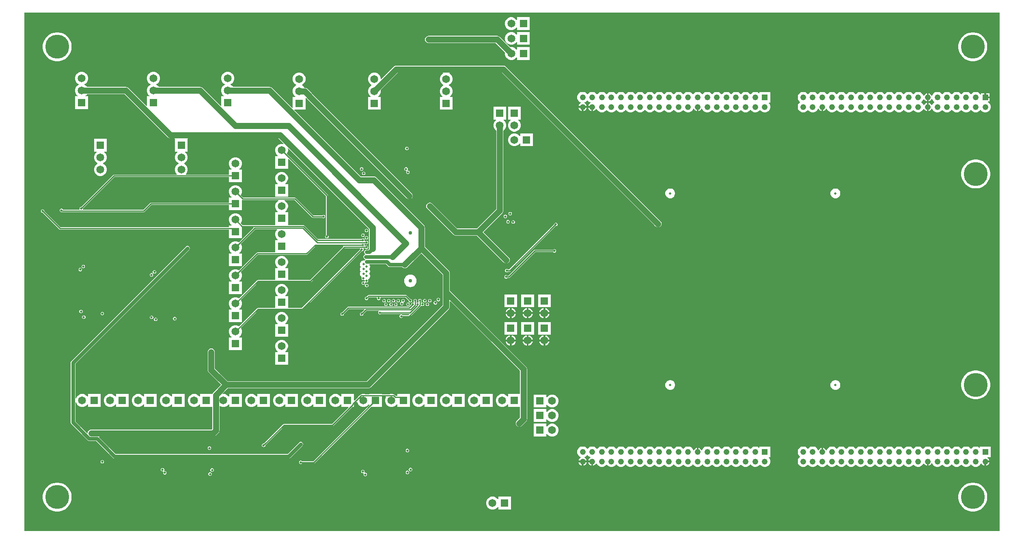
<source format=gbr>
G04*
G04 #@! TF.GenerationSoftware,Altium Limited,Altium Designer,22.4.2 (48)*
G04*
G04 Layer_Physical_Order=4*
G04 Layer_Color=16440176*
%FSLAX25Y25*%
%MOIN*%
G70*
G04*
G04 #@! TF.SameCoordinates,2DCEC4E4-29E6-4739-8FF7-65C193B2F985*
G04*
G04*
G04 #@! TF.FilePolarity,Positive*
G04*
G01*
G75*
%ADD15C,0.01000*%
%ADD59C,0.05000*%
%ADD64C,0.03000*%
%ADD65C,0.02953*%
%ADD66C,0.06496*%
%ADD67R,0.06496X0.06496*%
%ADD68R,0.06496X0.06496*%
%ADD69R,0.04878X0.04878*%
%ADD70C,0.04878*%
%ADD71C,0.02000*%
%ADD72C,0.19685*%
%ADD73C,0.05000*%
G36*
X802961Y2039D02*
X2039D01*
Y427961D01*
X802961D01*
Y2039D01*
D02*
G37*
%LPC*%
G36*
X417100Y424228D02*
X406604D01*
Y422212D01*
X406121Y422082D01*
X406051Y422203D01*
X405074Y423180D01*
X403878Y423871D01*
X402543Y424228D01*
X401161D01*
X399826Y423871D01*
X398630Y423180D01*
X397653Y422203D01*
X396962Y421006D01*
X396604Y419671D01*
Y418289D01*
X396962Y416955D01*
X397653Y415758D01*
X398630Y414781D01*
X399826Y414090D01*
X401161Y413732D01*
X402543D01*
X403878Y414090D01*
X405074Y414781D01*
X406051Y415758D01*
X406121Y415878D01*
X406604Y415749D01*
Y413732D01*
X417100D01*
Y424228D01*
D02*
G37*
G36*
X417134Y412067D02*
X406638D01*
Y410050D01*
X406155Y409921D01*
X406086Y410042D01*
X405108Y411019D01*
X403912Y411709D01*
X402577Y412067D01*
X401195D01*
X399860Y411709D01*
X398664Y411019D01*
X397687Y410042D01*
X396996Y408845D01*
X396638Y407510D01*
Y406128D01*
X396996Y404793D01*
X397687Y403597D01*
X398664Y402620D01*
X399860Y401929D01*
X401195Y401571D01*
X402577D01*
X403912Y401929D01*
X405108Y402620D01*
X406086Y403597D01*
X406155Y403717D01*
X406638Y403588D01*
Y401571D01*
X417134D01*
Y412067D01*
D02*
G37*
G36*
X390317Y408925D02*
X334000D01*
X333243Y408825D01*
X332538Y408533D01*
X331932Y408068D01*
X331467Y407463D01*
X331175Y406757D01*
X331075Y406000D01*
X331175Y405243D01*
X331467Y404537D01*
X331932Y403932D01*
X332538Y403467D01*
X333243Y403175D01*
X334000Y403075D01*
X389105D01*
X396730Y395450D01*
X396641Y395118D01*
Y393737D01*
X396999Y392402D01*
X397689Y391205D01*
X398667Y390228D01*
X399863Y389537D01*
X401198Y389180D01*
X402580D01*
X403915Y389537D01*
X405111Y390228D01*
X406088Y391205D01*
X406158Y391326D01*
X406641Y391196D01*
Y389180D01*
X417137D01*
Y399676D01*
X406641D01*
Y397659D01*
X406158Y397530D01*
X406088Y397650D01*
X405111Y398627D01*
X403915Y399318D01*
X402580Y399676D01*
X401198D01*
X400866Y399587D01*
X392385Y408068D01*
X391779Y408533D01*
X391074Y408825D01*
X390317Y408925D01*
D02*
G37*
G36*
X781932Y411842D02*
X780068D01*
X778227Y411551D01*
X776454Y410975D01*
X774793Y410129D01*
X773285Y409033D01*
X771967Y407715D01*
X770871Y406207D01*
X770025Y404546D01*
X769449Y402773D01*
X769158Y400932D01*
Y399068D01*
X769449Y397227D01*
X770025Y395454D01*
X770871Y393793D01*
X771967Y392285D01*
X773285Y390967D01*
X774793Y389871D01*
X776454Y389025D01*
X778227Y388449D01*
X780068Y388158D01*
X781932D01*
X783773Y388449D01*
X785546Y389025D01*
X787207Y389871D01*
X788715Y390967D01*
X790033Y392285D01*
X791129Y393793D01*
X791975Y395454D01*
X792551Y397227D01*
X792842Y399068D01*
Y400932D01*
X792551Y402773D01*
X791975Y404546D01*
X791129Y406207D01*
X790033Y407715D01*
X788715Y409033D01*
X787207Y410129D01*
X785546Y410975D01*
X783773Y411551D01*
X781932Y411842D01*
D02*
G37*
G36*
X29932D02*
X28068D01*
X26227Y411551D01*
X24454Y410975D01*
X22793Y410129D01*
X21285Y409033D01*
X19967Y407715D01*
X18871Y406207D01*
X18025Y404546D01*
X17449Y402773D01*
X17157Y400932D01*
Y399068D01*
X17449Y397227D01*
X18025Y395454D01*
X18871Y393793D01*
X19967Y392285D01*
X21285Y390967D01*
X22793Y389871D01*
X24454Y389025D01*
X26227Y388449D01*
X28068Y388158D01*
X29932D01*
X31773Y388449D01*
X33546Y389025D01*
X35207Y389871D01*
X36715Y390967D01*
X38033Y392285D01*
X39129Y393793D01*
X39975Y395454D01*
X40551Y397227D01*
X40843Y399068D01*
Y400932D01*
X40551Y402773D01*
X39975Y404546D01*
X39129Y406207D01*
X38033Y407715D01*
X36715Y409033D01*
X35207Y410129D01*
X33546Y410975D01*
X31773Y411551D01*
X29932Y411842D01*
D02*
G37*
G36*
X395425Y384425D02*
X307500D01*
X306743Y384325D01*
X306037Y384033D01*
X305432Y383568D01*
X295210Y373347D01*
X294748Y373538D01*
Y374191D01*
X294390Y375526D01*
X293700Y376722D01*
X292722Y377699D01*
X291526Y378390D01*
X290191Y378748D01*
X288809D01*
X287474Y378390D01*
X286278Y377699D01*
X285300Y376722D01*
X284610Y375526D01*
X284252Y374191D01*
Y372809D01*
X284610Y371474D01*
X285300Y370278D01*
X286278Y369301D01*
X287164Y368789D01*
Y368211D01*
X286278Y367700D01*
X285300Y366722D01*
X284610Y365526D01*
X284252Y364191D01*
Y362809D01*
X284610Y361474D01*
X285300Y360278D01*
X286278Y359300D01*
X286398Y359231D01*
X286269Y358748D01*
X284252D01*
Y348252D01*
X294748D01*
Y358748D01*
X292731D01*
X292602Y359231D01*
X292722Y359300D01*
X293700Y360278D01*
X294390Y361474D01*
X294748Y362809D01*
Y364191D01*
X294659Y364523D01*
X308712Y378575D01*
X345794D01*
X345928Y378075D01*
X345278Y377699D01*
X344301Y376722D01*
X343610Y375526D01*
X343252Y374191D01*
Y372809D01*
X343610Y371474D01*
X344301Y370278D01*
X345278Y369301D01*
X346164Y368789D01*
Y368211D01*
X345278Y367700D01*
X344301Y366722D01*
X343610Y365526D01*
X343252Y364191D01*
Y362809D01*
X343610Y361474D01*
X344301Y360278D01*
X345278Y359300D01*
X345398Y359231D01*
X345269Y358748D01*
X343252D01*
Y348252D01*
X353748D01*
Y358748D01*
X351731D01*
X351602Y359231D01*
X351722Y359300D01*
X352699Y360278D01*
X353390Y361474D01*
X353748Y362809D01*
Y364191D01*
X353390Y365526D01*
X352699Y366722D01*
X351722Y367700D01*
X350836Y368211D01*
Y368789D01*
X351722Y369301D01*
X352699Y370278D01*
X353390Y371474D01*
X353748Y372809D01*
Y374191D01*
X353390Y375526D01*
X352699Y376722D01*
X351722Y377699D01*
X351072Y378075D01*
X351206Y378575D01*
X394213D01*
X520357Y252432D01*
X520962Y251967D01*
X521668Y251675D01*
X522425Y251575D01*
X523182Y251675D01*
X523887Y251967D01*
X524493Y252432D01*
X524958Y253038D01*
X525250Y253743D01*
X525350Y254500D01*
X525250Y255257D01*
X524958Y255962D01*
X524493Y256568D01*
X397493Y383568D01*
X396887Y384033D01*
X396182Y384325D01*
X395425Y384425D01*
D02*
G37*
G36*
X614563Y362866D02*
X605686D01*
Y361923D01*
X605224Y361732D01*
X604976Y361979D01*
X603964Y362563D01*
X602835Y362866D01*
X601666D01*
X600537Y362563D01*
X599525Y361979D01*
X598698Y361153D01*
X598563Y360919D01*
X598063D01*
X597928Y361153D01*
X597102Y361979D01*
X596090Y362563D01*
X594961Y362866D01*
X593792D01*
X592663Y362563D01*
X591651Y361979D01*
X590824Y361153D01*
X590689Y360919D01*
X590189D01*
X590055Y361153D01*
X589228Y361979D01*
X588216Y362563D01*
X587087Y362866D01*
X585918D01*
X584789Y362563D01*
X583777Y361979D01*
X582950Y361153D01*
X582815Y360919D01*
X582315D01*
X582181Y361153D01*
X581354Y361979D01*
X580342Y362563D01*
X579213Y362866D01*
X578044D01*
X576915Y362563D01*
X575903Y361979D01*
X575076Y361153D01*
X574941Y360919D01*
X574441D01*
X574306Y361153D01*
X573480Y361979D01*
X572468Y362563D01*
X571339Y362866D01*
X570170D01*
X569041Y362563D01*
X568029Y361979D01*
X567202Y361153D01*
X567067Y360919D01*
X566567D01*
X566432Y361153D01*
X565606Y361979D01*
X564594Y362563D01*
X563465Y362866D01*
X562296D01*
X561167Y362563D01*
X560155Y361979D01*
X559328Y361153D01*
X559193Y360919D01*
X558693D01*
X558558Y361153D01*
X557732Y361979D01*
X556720Y362563D01*
X555591Y362866D01*
X554422D01*
X553293Y362563D01*
X552281Y361979D01*
X551454Y361153D01*
X551319Y360919D01*
X550819D01*
X550684Y361153D01*
X549858Y361979D01*
X548846Y362563D01*
X547717Y362866D01*
X546548D01*
X545419Y362563D01*
X544407Y361979D01*
X543580Y361153D01*
X543445Y360919D01*
X542945D01*
X542810Y361153D01*
X541984Y361979D01*
X540972Y362563D01*
X539843Y362866D01*
X538674D01*
X537545Y362563D01*
X536533Y361979D01*
X535706Y361153D01*
X535571Y360919D01*
X535071D01*
X534936Y361153D01*
X534110Y361979D01*
X533098Y362563D01*
X531969Y362866D01*
X530800D01*
X529671Y362563D01*
X528659Y361979D01*
X527832Y361153D01*
X527697Y360919D01*
X527197D01*
X527062Y361153D01*
X526236Y361979D01*
X525224Y362563D01*
X524095Y362866D01*
X522926D01*
X521797Y362563D01*
X520785Y361979D01*
X519958Y361153D01*
X519823Y360919D01*
X519323D01*
X519188Y361153D01*
X518362Y361979D01*
X517350Y362563D01*
X516221Y362866D01*
X515052D01*
X513923Y362563D01*
X512911Y361979D01*
X512084Y361153D01*
X511949Y360919D01*
X511449D01*
X511314Y361153D01*
X510488Y361979D01*
X509476Y362563D01*
X508347Y362866D01*
X507178D01*
X506049Y362563D01*
X505037Y361979D01*
X504210Y361153D01*
X504075Y360919D01*
X503575D01*
X503440Y361153D01*
X502614Y361979D01*
X501602Y362563D01*
X500473Y362866D01*
X499304D01*
X498175Y362563D01*
X497163Y361979D01*
X496336Y361153D01*
X496201Y360919D01*
X495701D01*
X495566Y361153D01*
X494740Y361979D01*
X493728Y362563D01*
X492599Y362866D01*
X491430D01*
X490301Y362563D01*
X489289Y361979D01*
X488462Y361153D01*
X488327Y360919D01*
X487827D01*
X487692Y361153D01*
X486866Y361979D01*
X485854Y362563D01*
X484725Y362866D01*
X483556D01*
X482427Y362563D01*
X481415Y361979D01*
X480588Y361153D01*
X480453Y360919D01*
X479953D01*
X479818Y361153D01*
X478992Y361979D01*
X477979Y362563D01*
X476850Y362866D01*
X475682D01*
X474553Y362563D01*
X473540Y361979D01*
X472714Y361153D01*
X472579Y360919D01*
X472079D01*
X471944Y361153D01*
X471118Y361979D01*
X470105Y362563D01*
X468976Y362866D01*
X467808D01*
X466679Y362563D01*
X465666Y361979D01*
X464840Y361153D01*
X464705Y360919D01*
X464205D01*
X464070Y361153D01*
X463244Y361979D01*
X462231Y362563D01*
X461102Y362866D01*
X459934D01*
X458805Y362563D01*
X457793Y361979D01*
X456966Y361153D01*
X456382Y360140D01*
X456079Y359011D01*
Y357842D01*
X456382Y356714D01*
X456966Y355701D01*
X457793Y354875D01*
X458805Y354291D01*
X459043Y354227D01*
X459096Y354060D01*
X459086Y353697D01*
X458406Y353305D01*
X457766Y352664D01*
X457313Y351880D01*
X457159Y351303D01*
X460518D01*
Y350553D01*
D01*
Y351303D01*
X463877D01*
X463723Y351880D01*
X463270Y352664D01*
X462630Y353305D01*
X461950Y353697D01*
X461940Y354060D01*
X461993Y354227D01*
X462231Y354291D01*
X463244Y354875D01*
X464070Y355701D01*
X464205Y355935D01*
X464705D01*
X464840Y355701D01*
X465666Y354875D01*
X466679Y354291D01*
X466917Y354227D01*
X466970Y354060D01*
X466960Y353697D01*
X466281Y353305D01*
X465640Y352664D01*
X465187Y351880D01*
X465033Y351303D01*
X468392D01*
Y350553D01*
X469142D01*
Y347194D01*
X469719Y347348D01*
X470504Y347801D01*
X471144Y348441D01*
X471536Y349121D01*
X471899Y349131D01*
X472066Y349078D01*
X472130Y348840D01*
X472714Y347827D01*
X473540Y347001D01*
X474553Y346416D01*
X475682Y346114D01*
X476850D01*
X477979Y346416D01*
X478992Y347001D01*
X479818Y347827D01*
X479953Y348061D01*
X480453D01*
X480588Y347827D01*
X481415Y347001D01*
X482427Y346416D01*
X483556Y346114D01*
X484725D01*
X485854Y346416D01*
X486866Y347001D01*
X487692Y347827D01*
X487827Y348061D01*
X488327D01*
X488462Y347827D01*
X489289Y347001D01*
X490301Y346416D01*
X491430Y346114D01*
X492599D01*
X493728Y346416D01*
X494740Y347001D01*
X495566Y347827D01*
X495701Y348061D01*
X496201D01*
X496336Y347827D01*
X497163Y347001D01*
X498175Y346416D01*
X499304Y346114D01*
X500473D01*
X501602Y346416D01*
X502614Y347001D01*
X503440Y347827D01*
X503575Y348061D01*
X504075D01*
X504210Y347827D01*
X505037Y347001D01*
X506049Y346416D01*
X507178Y346114D01*
X508347D01*
X509476Y346416D01*
X510488Y347001D01*
X511314Y347827D01*
X511449Y348061D01*
X511949D01*
X512084Y347827D01*
X512911Y347001D01*
X513923Y346416D01*
X515052Y346114D01*
X516221D01*
X517350Y346416D01*
X518362Y347001D01*
X519188Y347827D01*
X519323Y348061D01*
X519823D01*
X519958Y347827D01*
X520785Y347001D01*
X521797Y346416D01*
X522926Y346114D01*
X524095D01*
X525224Y346416D01*
X526236Y347001D01*
X527062Y347827D01*
X527197Y348061D01*
X527697D01*
X527832Y347827D01*
X528659Y347001D01*
X529671Y346416D01*
X530800Y346114D01*
X531969D01*
X533098Y346416D01*
X534110Y347001D01*
X534936Y347827D01*
X535071Y348061D01*
X535571D01*
X535706Y347827D01*
X536533Y347001D01*
X537545Y346416D01*
X538674Y346114D01*
X539843D01*
X540972Y346416D01*
X541984Y347001D01*
X542810Y347827D01*
X542945Y348061D01*
X543445D01*
X543580Y347827D01*
X544407Y347001D01*
X545419Y346416D01*
X546548Y346114D01*
X547717D01*
X548846Y346416D01*
X549858Y347001D01*
X550684Y347827D01*
X551269Y348840D01*
X551333Y349078D01*
X551500Y349131D01*
X551862Y349121D01*
X552254Y348441D01*
X552895Y347801D01*
X553679Y347348D01*
X554256Y347194D01*
Y350553D01*
X555756D01*
Y347194D01*
X556334Y347348D01*
X557118Y347801D01*
X557758Y348441D01*
X558151Y349121D01*
X558513Y349131D01*
X558680Y349078D01*
X558744Y348840D01*
X559328Y347827D01*
X560155Y347001D01*
X561167Y346416D01*
X562296Y346114D01*
X563465D01*
X564594Y346416D01*
X565606Y347001D01*
X566432Y347827D01*
X566567Y348061D01*
X567067D01*
X567202Y347827D01*
X568029Y347001D01*
X569041Y346416D01*
X570170Y346114D01*
X571339D01*
X572468Y346416D01*
X573480Y347001D01*
X574306Y347827D01*
X574441Y348061D01*
X574941D01*
X575076Y347827D01*
X575903Y347001D01*
X576915Y346416D01*
X578044Y346114D01*
X579213D01*
X580342Y346416D01*
X581354Y347001D01*
X582181Y347827D01*
X582315Y348061D01*
X582815D01*
X582950Y347827D01*
X583777Y347001D01*
X584789Y346416D01*
X585918Y346114D01*
X587087D01*
X588216Y346416D01*
X589228Y347001D01*
X590055Y347827D01*
X590189Y348061D01*
X590689D01*
X590824Y347827D01*
X591651Y347001D01*
X592663Y346416D01*
X593792Y346114D01*
X594961D01*
X596090Y346416D01*
X597102Y347001D01*
X597928Y347827D01*
X598063Y348061D01*
X598563D01*
X598698Y347827D01*
X599525Y347001D01*
X600537Y346416D01*
X601666Y346114D01*
X602835D01*
X603964Y346416D01*
X604976Y347001D01*
X605802Y347827D01*
X605937Y348061D01*
X606437D01*
X606572Y347827D01*
X607399Y347001D01*
X608411Y346416D01*
X609540Y346114D01*
X610709D01*
X611838Y346416D01*
X612850Y347001D01*
X613677Y347827D01*
X614261Y348840D01*
X614563Y349969D01*
Y351137D01*
X614261Y352266D01*
X613677Y353278D01*
X613429Y353526D01*
X613620Y353988D01*
X614563D01*
Y362866D01*
D02*
G37*
G36*
X736693D02*
X735524D01*
X734395Y362563D01*
X733383Y361979D01*
X732557Y361153D01*
X732422Y360919D01*
X731922D01*
X731787Y361153D01*
X730960Y361979D01*
X729948Y362563D01*
X728819Y362866D01*
X727650D01*
X726521Y362563D01*
X725509Y361979D01*
X724683Y361153D01*
X724548Y360919D01*
X724048D01*
X723913Y361153D01*
X723086Y361979D01*
X722074Y362563D01*
X720945Y362866D01*
X719776D01*
X718647Y362563D01*
X717635Y361979D01*
X716809Y361153D01*
X716674Y360919D01*
X716174D01*
X716039Y361153D01*
X715212Y361979D01*
X714200Y362563D01*
X713071Y362866D01*
X711902D01*
X710773Y362563D01*
X709761Y361979D01*
X708935Y361153D01*
X708800Y360919D01*
X708300D01*
X708165Y361153D01*
X707338Y361979D01*
X706326Y362563D01*
X705197Y362866D01*
X704028D01*
X702899Y362563D01*
X701887Y361979D01*
X701061Y361153D01*
X700926Y360919D01*
X700426D01*
X700291Y361153D01*
X699464Y361979D01*
X698452Y362563D01*
X697323Y362866D01*
X696154D01*
X695025Y362563D01*
X694013Y361979D01*
X693187Y361153D01*
X693052Y360919D01*
X692552D01*
X692417Y361153D01*
X691590Y361979D01*
X690578Y362563D01*
X689449Y362866D01*
X688280D01*
X687151Y362563D01*
X686139Y361979D01*
X685313Y361153D01*
X685178Y360919D01*
X684678D01*
X684543Y361153D01*
X683716Y361979D01*
X682704Y362563D01*
X681575Y362866D01*
X680406D01*
X679277Y362563D01*
X678265Y361979D01*
X677439Y361153D01*
X677304Y360919D01*
X676803D01*
X676669Y361153D01*
X675842Y361979D01*
X674830Y362563D01*
X673701Y362866D01*
X672532D01*
X671403Y362563D01*
X670391Y361979D01*
X669564Y361153D01*
X669429Y360919D01*
X668929D01*
X668794Y361153D01*
X667968Y361979D01*
X666956Y362563D01*
X665827Y362866D01*
X664658D01*
X663529Y362563D01*
X662517Y361979D01*
X661690Y361153D01*
X661555Y360919D01*
X661055D01*
X660920Y361153D01*
X660094Y361979D01*
X659082Y362563D01*
X657953Y362866D01*
X656784D01*
X655655Y362563D01*
X654643Y361979D01*
X653816Y361153D01*
X653681Y360919D01*
X653181D01*
X653047Y361153D01*
X652220Y361979D01*
X651208Y362563D01*
X650079Y362866D01*
X648910D01*
X647781Y362563D01*
X646769Y361979D01*
X645942Y361153D01*
X645807Y360919D01*
X645307D01*
X645173Y361153D01*
X644346Y361979D01*
X643334Y362563D01*
X642205Y362866D01*
X641036D01*
X639907Y362563D01*
X638895Y361979D01*
X638068Y361153D01*
X637484Y360140D01*
X637182Y359011D01*
Y357842D01*
X637484Y356714D01*
X638068Y355701D01*
X638895Y354875D01*
X639129Y354740D01*
Y354240D01*
X638895Y354105D01*
X638068Y353278D01*
X637484Y352266D01*
X637182Y351137D01*
Y349969D01*
X637484Y348840D01*
X638068Y347827D01*
X638895Y347001D01*
X639907Y346416D01*
X641036Y346114D01*
X642205D01*
X643334Y346416D01*
X644346Y347001D01*
X645173Y347827D01*
X645307Y348061D01*
X645807D01*
X645942Y347827D01*
X646769Y347001D01*
X647781Y346416D01*
X648910Y346114D01*
X650079D01*
X651208Y346416D01*
X652220Y347001D01*
X653047Y347827D01*
X653631Y348840D01*
X653695Y349078D01*
X653862Y349131D01*
X654224Y349121D01*
X654617Y348441D01*
X655257Y347801D01*
X656041Y347348D01*
X656618Y347194D01*
Y350553D01*
X658118D01*
Y347194D01*
X658696Y347348D01*
X659480Y347801D01*
X660120Y348441D01*
X660513Y349121D01*
X660875Y349131D01*
X661042Y349078D01*
X661106Y348840D01*
X661690Y347827D01*
X662517Y347001D01*
X663529Y346416D01*
X664658Y346114D01*
X665827D01*
X666956Y346416D01*
X667968Y347001D01*
X668794Y347827D01*
X668929Y348061D01*
X669429D01*
X669564Y347827D01*
X670391Y347001D01*
X671403Y346416D01*
X672532Y346114D01*
X673701D01*
X674830Y346416D01*
X675842Y347001D01*
X676669Y347827D01*
X676803Y348061D01*
X677304D01*
X677439Y347827D01*
X678265Y347001D01*
X679277Y346416D01*
X680406Y346114D01*
X681575D01*
X682704Y346416D01*
X683716Y347001D01*
X684543Y347827D01*
X684678Y348061D01*
X685178D01*
X685313Y347827D01*
X686139Y347001D01*
X687151Y346416D01*
X688280Y346114D01*
X689449D01*
X690578Y346416D01*
X691590Y347001D01*
X692417Y347827D01*
X692552Y348061D01*
X693052D01*
X693187Y347827D01*
X694013Y347001D01*
X695025Y346416D01*
X696154Y346114D01*
X697323D01*
X698452Y346416D01*
X699464Y347001D01*
X700291Y347827D01*
X700426Y348061D01*
X700926D01*
X701061Y347827D01*
X701887Y347001D01*
X702899Y346416D01*
X704028Y346114D01*
X705197D01*
X706326Y346416D01*
X707338Y347001D01*
X708165Y347827D01*
X708300Y348061D01*
X708800D01*
X708935Y347827D01*
X709761Y347001D01*
X710773Y346416D01*
X711902Y346114D01*
X713071D01*
X714200Y346416D01*
X715212Y347001D01*
X716039Y347827D01*
X716174Y348061D01*
X716674D01*
X716809Y347827D01*
X717635Y347001D01*
X718647Y346416D01*
X719776Y346114D01*
X720945D01*
X722074Y346416D01*
X723086Y347001D01*
X723913Y347827D01*
X724048Y348061D01*
X724548D01*
X724683Y347827D01*
X725509Y347001D01*
X726521Y346416D01*
X727650Y346114D01*
X728819D01*
X729948Y346416D01*
X730960Y347001D01*
X731787Y347827D01*
X731922Y348061D01*
X732422D01*
X732557Y347827D01*
X733383Y347001D01*
X734395Y346416D01*
X735524Y346114D01*
X736693D01*
X737822Y346416D01*
X738834Y347001D01*
X739661Y347827D01*
X740245Y348840D01*
X740309Y349078D01*
X740476Y349131D01*
X740838Y349121D01*
X741231Y348441D01*
X741871Y347801D01*
X742655Y347348D01*
X743233Y347194D01*
Y350553D01*
Y353912D01*
X742655Y353758D01*
X741871Y353305D01*
X741231Y352664D01*
X740838Y351985D01*
X740476Y351975D01*
X740309Y352028D01*
X740245Y352266D01*
X739661Y353278D01*
X738834Y354105D01*
X738600Y354240D01*
Y354740D01*
X738834Y354875D01*
X739661Y355701D01*
X740245Y356714D01*
X740309Y356952D01*
X740476Y357004D01*
X740838Y356995D01*
X741231Y356315D01*
X741871Y355675D01*
X742655Y355222D01*
X743233Y355068D01*
Y358427D01*
Y361786D01*
X742655Y361631D01*
X741871Y361179D01*
X741231Y360539D01*
X740838Y359859D01*
X740476Y359849D01*
X740309Y359902D01*
X740245Y360140D01*
X739661Y361153D01*
X738834Y361979D01*
X737822Y362563D01*
X736693Y362866D01*
D02*
G37*
G36*
X783937D02*
X782768D01*
X781639Y362563D01*
X780627Y361979D01*
X779801Y361153D01*
X779666Y360919D01*
X779166D01*
X779031Y361153D01*
X778204Y361979D01*
X777192Y362563D01*
X776063Y362866D01*
X774894D01*
X773765Y362563D01*
X772753Y361979D01*
X771927Y361153D01*
X771792Y360919D01*
X771292D01*
X771157Y361153D01*
X770330Y361979D01*
X769318Y362563D01*
X768189Y362866D01*
X767020D01*
X765891Y362563D01*
X764879Y361979D01*
X764053Y361153D01*
X763918Y360919D01*
X763418D01*
X763283Y361153D01*
X762456Y361979D01*
X761444Y362563D01*
X760315Y362866D01*
X759146D01*
X758017Y362563D01*
X757005Y361979D01*
X756179Y361153D01*
X756044Y360919D01*
X755544D01*
X755409Y361153D01*
X754582Y361979D01*
X753570Y362563D01*
X752441Y362866D01*
X751272D01*
X750143Y362563D01*
X749131Y361979D01*
X748305Y361153D01*
X747720Y360140D01*
X747656Y359902D01*
X747489Y359849D01*
X747127Y359859D01*
X746735Y360539D01*
X746094Y361179D01*
X745310Y361631D01*
X744733Y361786D01*
Y358427D01*
Y355068D01*
X745310Y355222D01*
X746094Y355675D01*
X746735Y356315D01*
X747127Y356995D01*
X747489Y357004D01*
X747656Y356952D01*
X747720Y356714D01*
X748305Y355701D01*
X749131Y354875D01*
X749365Y354740D01*
Y354240D01*
X749131Y354105D01*
X748305Y353278D01*
X747720Y352266D01*
X747656Y352028D01*
X747489Y351975D01*
X747127Y351985D01*
X746735Y352664D01*
X746094Y353305D01*
X745310Y353758D01*
X744733Y353912D01*
Y350553D01*
Y347194D01*
X745310Y347348D01*
X746094Y347801D01*
X746735Y348441D01*
X747127Y349121D01*
X747489Y349131D01*
X747656Y349078D01*
X747720Y348840D01*
X748305Y347827D01*
X749131Y347001D01*
X750143Y346416D01*
X751272Y346114D01*
X752441D01*
X753570Y346416D01*
X754582Y347001D01*
X755409Y347827D01*
X755544Y348061D01*
X756044D01*
X756179Y347827D01*
X757005Y347001D01*
X758017Y346416D01*
X759146Y346114D01*
X760315D01*
X761444Y346416D01*
X762456Y347001D01*
X763283Y347827D01*
X763418Y348061D01*
X763918D01*
X764053Y347827D01*
X764879Y347001D01*
X765891Y346416D01*
X767020Y346114D01*
X768189D01*
X769318Y346416D01*
X770330Y347001D01*
X771157Y347827D01*
X771292Y348061D01*
X771792D01*
X771927Y347827D01*
X772753Y347001D01*
X773765Y346416D01*
X774894Y346114D01*
X776063D01*
X777192Y346416D01*
X778204Y347001D01*
X779031Y347827D01*
X779166Y348061D01*
X779666D01*
X779801Y347827D01*
X780627Y347001D01*
X781639Y346416D01*
X782768Y346114D01*
X783937D01*
X785066Y346416D01*
X786078Y347001D01*
X786905Y347827D01*
X787040Y348061D01*
X787540D01*
X787675Y347827D01*
X788501Y347001D01*
X789513Y346416D01*
X790642Y346114D01*
X791811D01*
X792940Y346416D01*
X793952Y347001D01*
X794779Y347827D01*
X795363Y348840D01*
X795666Y349969D01*
Y351137D01*
X795363Y352266D01*
X794779Y353278D01*
X793952Y354105D01*
X793289Y354488D01*
X793423Y354988D01*
X794666D01*
Y357677D01*
X791227D01*
Y358427D01*
X790477D01*
Y361866D01*
X787788D01*
Y360623D01*
X787288Y360489D01*
X786905Y361153D01*
X786078Y361979D01*
X785066Y362563D01*
X783937Y362866D01*
D02*
G37*
G36*
X794666Y361866D02*
X791977D01*
Y359177D01*
X794666D01*
Y361866D01*
D02*
G37*
G36*
X169691Y379248D02*
X168309D01*
X166974Y378890D01*
X165778Y378200D01*
X164801Y377222D01*
X164110Y376026D01*
X163752Y374691D01*
Y373309D01*
X164110Y371974D01*
X164801Y370778D01*
X165778Y369800D01*
X166664Y369289D01*
Y368711D01*
X165778Y368199D01*
X164801Y367222D01*
X164110Y366026D01*
X163752Y364691D01*
Y363309D01*
X164110Y361974D01*
X164801Y360778D01*
X165778Y359801D01*
X165898Y359731D01*
X165769Y359248D01*
X163752D01*
Y351538D01*
X163290Y351347D01*
X148568Y366068D01*
X147962Y366533D01*
X147257Y366825D01*
X146500Y366925D01*
X112371D01*
X112199Y367222D01*
X111222Y368199D01*
X110336Y368711D01*
Y369289D01*
X111222Y369800D01*
X112199Y370778D01*
X112890Y371974D01*
X113248Y373309D01*
Y374691D01*
X112890Y376026D01*
X112199Y377222D01*
X111222Y378200D01*
X110026Y378890D01*
X108691Y379248D01*
X107309D01*
X105974Y378890D01*
X104778Y378200D01*
X103800Y377222D01*
X103110Y376026D01*
X102752Y374691D01*
Y373309D01*
X103110Y371974D01*
X103800Y370778D01*
X104778Y369800D01*
X105664Y369289D01*
Y368711D01*
X104778Y368199D01*
X103800Y367222D01*
X103110Y366026D01*
X102752Y364691D01*
Y363309D01*
X103110Y361974D01*
X103800Y360778D01*
X104778Y359801D01*
X104898Y359731D01*
X104769Y359248D01*
X102752D01*
Y351538D01*
X102290Y351347D01*
X87568Y366068D01*
X86962Y366533D01*
X86257Y366825D01*
X85500Y366925D01*
X53371D01*
X53199Y367222D01*
X52222Y368199D01*
X51336Y368711D01*
Y369289D01*
X52222Y369800D01*
X53199Y370778D01*
X53890Y371974D01*
X54248Y373309D01*
Y374691D01*
X53890Y376026D01*
X53199Y377222D01*
X52222Y378200D01*
X51026Y378890D01*
X49691Y379248D01*
X48309D01*
X46974Y378890D01*
X45778Y378200D01*
X44800Y377222D01*
X44110Y376026D01*
X43752Y374691D01*
Y373309D01*
X44110Y371974D01*
X44800Y370778D01*
X45778Y369800D01*
X46664Y369289D01*
Y368711D01*
X45778Y368199D01*
X44800Y367222D01*
X44110Y366026D01*
X43752Y364691D01*
Y363309D01*
X44110Y361974D01*
X44800Y360778D01*
X45778Y359801D01*
X45898Y359731D01*
X45769Y359248D01*
X43752D01*
Y348752D01*
X54248D01*
Y359248D01*
X52231D01*
X52102Y359731D01*
X52222Y359801D01*
X53199Y360778D01*
X53371Y361075D01*
X84288D01*
X119932Y325432D01*
X120537Y324967D01*
X121243Y324675D01*
X122000Y324575D01*
X125254D01*
X125660Y324349D01*
X125660Y324075D01*
Y313853D01*
X127677D01*
X127806Y313370D01*
X127686Y313300D01*
X126709Y312323D01*
X126018Y311126D01*
X125660Y309791D01*
Y308410D01*
X126018Y307075D01*
X126709Y305878D01*
X127686Y304901D01*
X128572Y304389D01*
Y303812D01*
X127686Y303300D01*
X126709Y302323D01*
X126018Y301126D01*
X125660Y299792D01*
Y298410D01*
X126018Y297075D01*
X126709Y295878D01*
X127204Y295382D01*
X126997Y294882D01*
X75667D01*
X75316Y294813D01*
X75018Y294614D01*
X48705Y268300D01*
X48324D01*
X47809Y268087D01*
X47415Y267693D01*
X47202Y267179D01*
Y266621D01*
X47287Y266418D01*
X46953Y265918D01*
X33842D01*
X33687Y266293D01*
X33293Y266687D01*
X32778Y266900D01*
X32221D01*
X31707Y266687D01*
X31313Y266293D01*
X31100Y265778D01*
Y265222D01*
X31313Y264707D01*
X31707Y264313D01*
X32221Y264100D01*
X32778D01*
X32914Y264156D01*
X32919Y264152D01*
X33271Y264082D01*
X99947D01*
X100298Y264152D01*
X100595Y264351D01*
X106292Y270047D01*
X170088D01*
Y265717D01*
X180584D01*
Y273795D01*
X180696Y273905D01*
X181084Y274126D01*
X181300Y274082D01*
X210729D01*
X210863Y273582D01*
X210057Y273117D01*
X209080Y272140D01*
X208389Y270943D01*
X208031Y269608D01*
Y268227D01*
X208389Y266892D01*
X209080Y265695D01*
X210057Y264718D01*
X210177Y264649D01*
X210048Y264165D01*
X208031D01*
Y253908D01*
X208031Y253670D01*
X207640Y253408D01*
X181190D01*
X179652Y254946D01*
X180226Y255939D01*
X180584Y257274D01*
Y258656D01*
X180226Y259991D01*
X179535Y261187D01*
X178558Y262164D01*
X177361Y262855D01*
X176026Y263213D01*
X174645D01*
X173310Y262855D01*
X172113Y262164D01*
X171136Y261187D01*
X170445Y259991D01*
X170088Y258656D01*
Y257274D01*
X170445Y255939D01*
X171136Y254743D01*
X172113Y253766D01*
X172234Y253696D01*
X172104Y253213D01*
X170088D01*
Y251631D01*
X31667D01*
X18400Y264898D01*
Y265279D01*
X18187Y265793D01*
X17793Y266187D01*
X17278Y266400D01*
X16722D01*
X16207Y266187D01*
X15813Y265793D01*
X15600Y265279D01*
Y264721D01*
X15813Y264207D01*
X16207Y263813D01*
X16722Y263600D01*
X17102D01*
X30638Y250064D01*
X30936Y249865D01*
X31287Y249795D01*
X170088D01*
Y242717D01*
X180584D01*
Y251387D01*
X180810Y251573D01*
X189992D01*
X190184Y251111D01*
X178355Y239282D01*
X177361Y239855D01*
X176026Y240213D01*
X174645D01*
X173310Y239855D01*
X172113Y239164D01*
X171136Y238187D01*
X170445Y236991D01*
X170088Y235656D01*
Y234274D01*
X170445Y232939D01*
X171136Y231743D01*
X172113Y230766D01*
X172234Y230696D01*
X172104Y230213D01*
X170088D01*
Y219717D01*
X180584D01*
Y230213D01*
X178567D01*
X178437Y230696D01*
X178558Y230766D01*
X179535Y231743D01*
X180226Y232939D01*
X180584Y234274D01*
Y235656D01*
X180226Y236991D01*
X179652Y237984D01*
X191841Y250173D01*
X209406D01*
X209613Y249673D01*
X209080Y249140D01*
X208389Y247943D01*
X208031Y246608D01*
Y245227D01*
X208389Y243892D01*
X209080Y242695D01*
X210057Y241718D01*
X210177Y241649D01*
X210048Y241165D01*
X208031D01*
Y230918D01*
X193371D01*
X193019Y230848D01*
X192722Y230649D01*
X178355Y216282D01*
X177361Y216855D01*
X176026Y217213D01*
X174645D01*
X173310Y216855D01*
X172113Y216164D01*
X171136Y215187D01*
X170445Y213991D01*
X170088Y212656D01*
Y211274D01*
X170445Y209939D01*
X171136Y208742D01*
X172113Y207766D01*
X172234Y207696D01*
X172104Y207213D01*
X170088D01*
Y196717D01*
X180584D01*
Y207213D01*
X178567D01*
X178437Y207696D01*
X178558Y207766D01*
X179535Y208742D01*
X180226Y209939D01*
X180584Y211274D01*
Y212656D01*
X180226Y213991D01*
X179652Y214984D01*
X193751Y229082D01*
X233751D01*
X234103Y229152D01*
X234400Y229351D01*
X241322Y236273D01*
X263768D01*
X263915Y236052D01*
X263975Y235772D01*
X237621Y209418D01*
X236620Y208418D01*
X218527D01*
Y218165D01*
X216511D01*
X216381Y218649D01*
X216502Y218718D01*
X217479Y219695D01*
X218170Y220892D01*
X218527Y222227D01*
Y223608D01*
X218170Y224943D01*
X217479Y226140D01*
X216502Y227117D01*
X215305Y227808D01*
X213970Y228166D01*
X212589D01*
X211254Y227808D01*
X210057Y227117D01*
X209080Y226140D01*
X208389Y224943D01*
X208031Y223608D01*
Y222227D01*
X208389Y220892D01*
X209080Y219695D01*
X210057Y218718D01*
X210177Y218649D01*
X210048Y218165D01*
X208031D01*
Y208418D01*
X193871D01*
X193519Y208348D01*
X193222Y208149D01*
X178355Y193282D01*
X177361Y193855D01*
X176026Y194213D01*
X174645D01*
X173310Y193855D01*
X172113Y193164D01*
X171136Y192187D01*
X170445Y190991D01*
X170088Y189656D01*
Y188274D01*
X170445Y186939D01*
X171136Y185743D01*
X172113Y184766D01*
X172234Y184696D01*
X172104Y184213D01*
X170088D01*
Y173717D01*
X180584D01*
Y184213D01*
X178567D01*
X178437Y184696D01*
X178558Y184766D01*
X179535Y185743D01*
X180226Y186939D01*
X180584Y188274D01*
Y189656D01*
X180226Y190991D01*
X179652Y191984D01*
X194251Y206582D01*
X237000D01*
X237351Y206652D01*
X237649Y206851D01*
X238918Y208121D01*
X265175Y234377D01*
X277520D01*
X277854Y233877D01*
X277769Y233673D01*
Y233293D01*
X229894Y185418D01*
X218527D01*
Y195166D01*
X216511D01*
X216381Y195649D01*
X216502Y195718D01*
X217479Y196695D01*
X218170Y197892D01*
X218527Y199226D01*
Y200608D01*
X218170Y201943D01*
X217479Y203140D01*
X216502Y204117D01*
X215305Y204808D01*
X213970Y205166D01*
X212589D01*
X211254Y204808D01*
X210057Y204117D01*
X209080Y203140D01*
X208389Y201943D01*
X208031Y200608D01*
Y199226D01*
X208389Y197892D01*
X209080Y196695D01*
X210057Y195718D01*
X210177Y195649D01*
X210048Y195166D01*
X208031D01*
Y185418D01*
X193871D01*
X193519Y185348D01*
X193222Y185149D01*
X178355Y170282D01*
X177361Y170855D01*
X176026Y171213D01*
X174645D01*
X173310Y170855D01*
X172113Y170164D01*
X171136Y169187D01*
X170445Y167991D01*
X170088Y166656D01*
Y165274D01*
X170445Y163939D01*
X171136Y162743D01*
X172113Y161766D01*
X172234Y161696D01*
X172104Y161213D01*
X170088D01*
Y150717D01*
X180584D01*
Y161213D01*
X178567D01*
X178437Y161696D01*
X178558Y161766D01*
X179535Y162743D01*
X180226Y163939D01*
X180584Y165274D01*
Y166656D01*
X180226Y167991D01*
X179652Y168984D01*
X194251Y183582D01*
X230274D01*
X230626Y183652D01*
X230923Y183851D01*
X279067Y231995D01*
X279448D01*
X279962Y232208D01*
X280356Y232602D01*
X280569Y233116D01*
Y233673D01*
X280490Y233864D01*
X280824Y234364D01*
X281867D01*
X282136Y234095D01*
X282650Y233882D01*
X283207D01*
X283722Y234095D01*
X284116Y234489D01*
X284329Y235003D01*
Y235560D01*
X284116Y236075D01*
X283722Y236469D01*
X283207Y236682D01*
X282650D01*
X282136Y236469D01*
X281876Y236504D01*
X281505Y236912D01*
Y237469D01*
X281492Y237501D01*
X281786Y237988D01*
X282146Y238022D01*
X282218Y237950D01*
X282733Y237737D01*
X283290D01*
X283804Y237950D01*
X284198Y238344D01*
X284411Y238858D01*
Y239415D01*
X284198Y239930D01*
X283804Y240323D01*
X283290Y240537D01*
X282733D01*
X282218Y240323D01*
X282111Y240217D01*
X281738Y240255D01*
X281458Y240733D01*
X281505Y240849D01*
Y241406D01*
X281292Y241920D01*
X280899Y242314D01*
X280384Y242527D01*
X279827D01*
X279312Y242314D01*
X279043Y242045D01*
X243115D01*
X232021Y253139D01*
X231723Y253338D01*
X231372Y253408D01*
X218919D01*
X218528Y253670D01*
X218527Y253908D01*
Y264165D01*
X216511D01*
X216381Y264649D01*
X216502Y264718D01*
X217479Y265695D01*
X218170Y266892D01*
X218527Y268227D01*
Y269608D01*
X218170Y270943D01*
X217479Y272140D01*
X216502Y273117D01*
X215696Y273582D01*
X215830Y274082D01*
X224100D01*
X238393Y259789D01*
X238690Y259591D01*
X239042Y259521D01*
X246610D01*
X246879Y259251D01*
X247393Y259038D01*
X247951D01*
X248465Y259251D01*
X248859Y259645D01*
X249072Y260160D01*
Y260717D01*
X248859Y261231D01*
X248465Y261625D01*
X247951Y261838D01*
X247393D01*
X246879Y261625D01*
X246610Y261356D01*
X239422D01*
X225129Y275649D01*
X224831Y275848D01*
X224480Y275918D01*
X181681D01*
X179652Y277946D01*
X180226Y278939D01*
X180584Y280274D01*
Y281656D01*
X180226Y282991D01*
X179535Y284187D01*
X178558Y285164D01*
X177361Y285855D01*
X176026Y286213D01*
X174645D01*
X173310Y285855D01*
X172113Y285164D01*
X171136Y284187D01*
X170445Y282991D01*
X170088Y281656D01*
Y280274D01*
X170445Y278939D01*
X171136Y277743D01*
X172113Y276765D01*
X172234Y276696D01*
X172104Y276213D01*
X170088D01*
Y271883D01*
X105912D01*
X105560Y271813D01*
X105263Y271614D01*
X99567Y265918D01*
X50252D01*
X49918Y266418D01*
X50002Y266621D01*
Y267002D01*
X76047Y293047D01*
X170088D01*
Y288717D01*
X180584D01*
Y299213D01*
X178567D01*
X178437Y299696D01*
X178558Y299765D01*
X179535Y300743D01*
X180226Y301939D01*
X180584Y303274D01*
Y304656D01*
X180226Y305991D01*
X179535Y307187D01*
X178558Y308164D01*
X177361Y308855D01*
X176026Y309213D01*
X174645D01*
X173310Y308855D01*
X172113Y308164D01*
X171136Y307187D01*
X170445Y305991D01*
X170088Y304656D01*
Y303274D01*
X170445Y301939D01*
X171136Y300743D01*
X172113Y299765D01*
X172234Y299696D01*
X172104Y299213D01*
X170088D01*
Y294882D01*
X134819D01*
X134612Y295382D01*
X135108Y295878D01*
X135799Y297075D01*
X136156Y298410D01*
Y299792D01*
X135799Y301126D01*
X135108Y302323D01*
X134131Y303300D01*
X133244Y303812D01*
Y304389D01*
X134131Y304901D01*
X135108Y305878D01*
X135799Y307075D01*
X136156Y308410D01*
Y309791D01*
X135799Y311126D01*
X135108Y312323D01*
X134131Y313300D01*
X134010Y313370D01*
X134139Y313853D01*
X136156D01*
Y324075D01*
X136156Y324349D01*
X136562Y324575D01*
X210788D01*
X214940Y320423D01*
X214681Y319975D01*
X213970Y320165D01*
X212589D01*
X211254Y319808D01*
X210057Y319117D01*
X209080Y318140D01*
X208389Y316943D01*
X208031Y315608D01*
Y314227D01*
X208389Y312892D01*
X209080Y311695D01*
X210057Y310718D01*
X210177Y310648D01*
X210048Y310166D01*
X208031D01*
Y299669D01*
X218527D01*
Y307718D01*
X218989Y307910D01*
X249664Y277235D01*
Y245144D01*
X249313Y244793D01*
X249100Y244279D01*
Y243722D01*
X249313Y243207D01*
X249707Y242813D01*
X250221Y242600D01*
X250779D01*
X251293Y242813D01*
X251687Y243207D01*
X251900Y243722D01*
Y244279D01*
X251687Y244793D01*
X251499Y244981D01*
Y277615D01*
X251429Y277967D01*
X251230Y278264D01*
X217596Y311898D01*
X218170Y312892D01*
X218527Y314227D01*
Y315608D01*
X218337Y316319D01*
X218785Y316578D01*
X285075Y250288D01*
Y234000D01*
X285097Y233836D01*
X284449Y233189D01*
X283000D01*
X282259Y233041D01*
X281630Y232621D01*
X281210Y231993D01*
X281063Y231252D01*
X281210Y230510D01*
X281630Y229882D01*
X281937Y229677D01*
X281831Y229146D01*
X281686Y229118D01*
X281058Y228698D01*
X280638Y228069D01*
X280490Y227328D01*
X280638Y226587D01*
X281058Y225958D01*
X281686Y225538D01*
X282048Y225466D01*
X282117Y224943D01*
X281630Y224617D01*
X281351Y224200D01*
X280994Y224296D01*
X280205D01*
X279441Y224091D01*
X278757Y223696D01*
X278199Y223138D01*
X277804Y222454D01*
X277599Y221691D01*
Y220901D01*
X277804Y220138D01*
X278199Y219454D01*
X278389Y219264D01*
X278199Y219074D01*
X277804Y218390D01*
X277599Y217627D01*
Y216837D01*
X277804Y216073D01*
X278199Y215389D01*
X278262Y215327D01*
X278199Y215264D01*
X277804Y214580D01*
X277599Y213817D01*
Y213027D01*
X277804Y212264D01*
X278199Y211580D01*
X278757Y211021D01*
X279087Y210831D01*
X279126Y210532D01*
X278913Y210018D01*
Y209461D01*
X279126Y208946D01*
X279520Y208553D01*
X280035Y208340D01*
X280592D01*
X281106Y208553D01*
X281181Y208627D01*
X281309Y208603D01*
X281424Y208522D01*
X281645Y208034D01*
X281600Y207926D01*
Y207369D01*
X281645Y207262D01*
X281221Y206978D01*
X281200Y206999D01*
X280686Y207212D01*
X280129D01*
X279614Y206999D01*
X279221Y206605D01*
X279007Y206090D01*
Y205533D01*
X279221Y205019D01*
X279614Y204625D01*
X280129Y204412D01*
X280686D01*
X281200Y204625D01*
X281594Y205019D01*
X281807Y205533D01*
Y206090D01*
X281763Y206198D01*
X282187Y206481D01*
X282207Y206460D01*
X282721Y206247D01*
X283278D01*
X283793Y206460D01*
X284187Y206854D01*
X284400Y207369D01*
Y207926D01*
X284249Y208291D01*
X284211Y208495D01*
X284407Y208928D01*
X284842Y209179D01*
X285401Y209738D01*
X285796Y210422D01*
X286000Y211185D01*
Y211975D01*
X285796Y212738D01*
X285401Y213422D01*
X285338Y213485D01*
X285401Y213547D01*
X285796Y214231D01*
X286000Y214995D01*
Y215784D01*
X285796Y216547D01*
X285401Y217231D01*
X285219Y217413D01*
X285255Y217450D01*
X285650Y218134D01*
X285854Y218897D01*
Y219687D01*
X285650Y220450D01*
X285442Y220810D01*
X285730Y221310D01*
X298950D01*
X300630Y219630D01*
X301259Y219210D01*
X302000Y219063D01*
X312331D01*
X312432Y218932D01*
X313037Y218467D01*
X313743Y218175D01*
X314500Y218075D01*
X315257Y218175D01*
X315963Y218467D01*
X316568Y218932D01*
X328000Y230363D01*
X345575Y212788D01*
Y198500D01*
Y187712D01*
X283054Y125191D01*
X168977D01*
X158425Y135743D01*
Y149073D01*
X158325Y149830D01*
X158033Y150535D01*
X157568Y151141D01*
X156963Y151606D01*
X156257Y151898D01*
X155500Y151998D01*
X154743Y151898D01*
X154037Y151606D01*
X153432Y151141D01*
X152967Y150535D01*
X152675Y149830D01*
X152575Y149073D01*
Y134531D01*
X152675Y133774D01*
X152967Y133069D01*
X153432Y132463D01*
X163629Y122266D01*
X157284Y115920D01*
X156819Y115314D01*
X156527Y114609D01*
X156523Y114585D01*
X146252D01*
Y112568D01*
X145769Y112439D01*
X145700Y112559D01*
X144722Y113536D01*
X143526Y114227D01*
X142191Y114585D01*
X140809D01*
X139474Y114227D01*
X138278Y113536D01*
X137301Y112559D01*
X136610Y111362D01*
X136252Y110028D01*
Y108646D01*
X136610Y107311D01*
X137301Y106114D01*
X138278Y105137D01*
X139474Y104446D01*
X140809Y104089D01*
X142191D01*
X143526Y104446D01*
X144722Y105137D01*
X145700Y106114D01*
X145769Y106235D01*
X146252Y106105D01*
Y104089D01*
X156427D01*
Y86064D01*
X155788Y85425D01*
X57000D01*
X56243Y85325D01*
X55537Y85033D01*
X54932Y84568D01*
X54467Y83963D01*
X54175Y83257D01*
X54092Y82632D01*
X53626Y82391D01*
X43937Y92080D01*
Y97500D01*
Y107889D01*
X44437Y107954D01*
X44610Y107311D01*
X45300Y106114D01*
X46278Y105137D01*
X47474Y104446D01*
X48809Y104089D01*
X50191D01*
X51526Y104446D01*
X52722Y105137D01*
X53699Y106114D01*
X53769Y106235D01*
X54252Y106105D01*
Y104089D01*
X64748D01*
Y114585D01*
X54252D01*
Y112568D01*
X53769Y112439D01*
X53699Y112559D01*
X52722Y113536D01*
X51526Y114227D01*
X50191Y114585D01*
X48809D01*
X47474Y114227D01*
X46278Y113536D01*
X45300Y112559D01*
X44610Y111362D01*
X44437Y110719D01*
X43937Y110785D01*
Y139698D01*
X137370Y233130D01*
X137790Y233759D01*
X137937Y234500D01*
X137790Y235241D01*
X137370Y235870D01*
X136741Y236290D01*
X136000Y236437D01*
X135259Y236290D01*
X134630Y235870D01*
X40630Y141870D01*
X40210Y141241D01*
X40063Y140500D01*
Y97500D01*
Y91277D01*
X40210Y90536D01*
X40630Y89908D01*
X53808Y76730D01*
X54436Y76310D01*
X55177Y76163D01*
X60751D01*
X64893Y72021D01*
X65201Y71560D01*
X74630Y62130D01*
X75259Y61710D01*
X76000Y61563D01*
X219000D01*
X219741Y61710D01*
X220370Y62130D01*
X230370Y72130D01*
X230790Y72759D01*
X230937Y73500D01*
X230790Y74241D01*
X230370Y74870D01*
X229741Y75290D01*
X229000Y75437D01*
X228259Y75290D01*
X227630Y74870D01*
X218198Y65437D01*
X76802D01*
X68249Y73991D01*
X67940Y74452D01*
X63318Y79075D01*
X63525Y79575D01*
X157000D01*
X157757Y79675D01*
X158463Y79967D01*
X159068Y80432D01*
X161420Y82784D01*
X161885Y83390D01*
X162177Y84095D01*
X162277Y84852D01*
Y104560D01*
X162777Y104849D01*
X163474Y104446D01*
X164809Y104089D01*
X166191D01*
X167526Y104446D01*
X168722Y105137D01*
X169700Y106114D01*
X169769Y106235D01*
X170252Y106105D01*
Y104089D01*
X180748D01*
Y114585D01*
X170252D01*
Y112568D01*
X169769Y112439D01*
X169700Y112559D01*
X168722Y113536D01*
X167526Y114227D01*
X166191Y114585D01*
X164928D01*
X164659Y115023D01*
X168977Y119341D01*
X284266D01*
X285023Y119440D01*
X285728Y119732D01*
X286334Y120197D01*
X350568Y184432D01*
X351033Y185038D01*
X351325Y185743D01*
X351425Y186500D01*
Y190785D01*
X351887Y190976D01*
X409075Y133788D01*
Y114585D01*
X399252D01*
Y112568D01*
X398769Y112439D01*
X398699Y112559D01*
X397722Y113536D01*
X396526Y114227D01*
X395191Y114585D01*
X393809D01*
X392474Y114227D01*
X391278Y113536D01*
X390301Y112559D01*
X389610Y111362D01*
X389252Y110028D01*
Y108646D01*
X389610Y107311D01*
X390301Y106114D01*
X391278Y105137D01*
X392474Y104446D01*
X393809Y104089D01*
X395191D01*
X396526Y104446D01*
X397722Y105137D01*
X398699Y106114D01*
X398769Y106235D01*
X399252Y106105D01*
Y104089D01*
X409075D01*
Y95212D01*
X406432Y92568D01*
X405967Y91962D01*
X405675Y91257D01*
X405575Y90500D01*
X405675Y89743D01*
X405967Y89038D01*
X406432Y88432D01*
X407037Y87967D01*
X407743Y87675D01*
X408500Y87575D01*
X409257Y87675D01*
X409963Y87967D01*
X410568Y88432D01*
X414068Y91932D01*
X414533Y92537D01*
X414825Y93243D01*
X414925Y94000D01*
Y135000D01*
X414825Y135757D01*
X414533Y136462D01*
X414068Y137068D01*
X351425Y199712D01*
Y214000D01*
X351325Y214757D01*
X351033Y215462D01*
X350568Y216068D01*
X330925Y235712D01*
Y251500D01*
X330825Y252257D01*
X330533Y252962D01*
X330068Y253568D01*
X291068Y292568D01*
X290462Y293033D01*
X289757Y293325D01*
X289000Y293425D01*
X278212D01*
X223802Y347835D01*
X223993Y348297D01*
X232877D01*
Y357652D01*
X233377Y358019D01*
X233535Y357969D01*
X234000Y357363D01*
X315932Y275432D01*
X316537Y274967D01*
X317243Y274675D01*
X318000Y274575D01*
X318757Y274675D01*
X319462Y274967D01*
X320068Y275432D01*
X320533Y276038D01*
X320825Y276743D01*
X320925Y277500D01*
X320825Y278257D01*
X320533Y278962D01*
X320068Y279568D01*
X238687Y360950D01*
X238602Y361155D01*
X238137Y361761D01*
X234571Y365327D01*
X233965Y365792D01*
X233260Y366084D01*
X232503Y366183D01*
X232165D01*
X231828Y366767D01*
X230851Y367744D01*
X229965Y368256D01*
Y368833D01*
X230851Y369345D01*
X231828Y370322D01*
X232519Y371519D01*
X232877Y372854D01*
Y374236D01*
X232519Y375570D01*
X231828Y376767D01*
X230851Y377744D01*
X229655Y378435D01*
X228320Y378793D01*
X226938D01*
X225603Y378435D01*
X224406Y377744D01*
X223429Y376767D01*
X222738Y375570D01*
X222381Y374236D01*
Y372854D01*
X222738Y371519D01*
X223429Y370322D01*
X224406Y369345D01*
X225293Y368833D01*
Y368256D01*
X224406Y367744D01*
X223429Y366767D01*
X222738Y365570D01*
X222381Y364236D01*
Y362854D01*
X222738Y361519D01*
X223429Y360322D01*
X224406Y359345D01*
X224527Y359276D01*
X224397Y358793D01*
X222381D01*
Y349909D01*
X221919Y349718D01*
X205568Y366068D01*
X204962Y366533D01*
X204257Y366825D01*
X203500Y366925D01*
X173371D01*
X173199Y367222D01*
X172222Y368199D01*
X171336Y368711D01*
Y369289D01*
X172222Y369800D01*
X173199Y370778D01*
X173890Y371974D01*
X174248Y373309D01*
Y374691D01*
X173890Y376026D01*
X173199Y377222D01*
X172222Y378200D01*
X171026Y378890D01*
X169691Y379248D01*
D02*
G37*
G36*
X463877Y349803D02*
X461268D01*
Y347194D01*
X461845Y347348D01*
X462630Y347801D01*
X463270Y348441D01*
X463723Y349225D01*
X463877Y349803D01*
D02*
G37*
G36*
X467642D02*
X465033D01*
X465187Y349225D01*
X465640Y348441D01*
X466281Y347801D01*
X467065Y347348D01*
X467642Y347194D01*
Y349803D01*
D02*
G37*
G36*
X459768D02*
X457159D01*
X457313Y349225D01*
X457766Y348441D01*
X458406Y347801D01*
X459191Y347348D01*
X459768Y347194D01*
Y349803D01*
D02*
G37*
G36*
X409700Y350694D02*
X399204D01*
Y340198D01*
X401221D01*
X401350Y339715D01*
X401230Y339645D01*
X400253Y338668D01*
X399562Y337472D01*
X399204Y336137D01*
Y334755D01*
X399562Y333420D01*
X400253Y332224D01*
X401230Y331246D01*
X402427Y330556D01*
X403761Y330198D01*
X405143D01*
X406478Y330556D01*
X407675Y331246D01*
X408652Y332224D01*
X409343Y333420D01*
X409700Y334755D01*
Y336137D01*
X409343Y337472D01*
X408652Y338668D01*
X407675Y339645D01*
X407554Y339715D01*
X407684Y340198D01*
X409700D01*
Y350694D01*
D02*
G37*
G36*
X419700Y328748D02*
X409204D01*
Y326731D01*
X408721Y326602D01*
X408652Y326722D01*
X407675Y327699D01*
X406478Y328390D01*
X405143Y328748D01*
X403761D01*
X402427Y328390D01*
X401230Y327699D01*
X400253Y326722D01*
X399562Y325526D01*
X399204Y324191D01*
Y322809D01*
X399562Y321474D01*
X400253Y320278D01*
X401230Y319301D01*
X402427Y318610D01*
X403761Y318252D01*
X405143D01*
X406478Y318610D01*
X407675Y319301D01*
X408652Y320278D01*
X408721Y320398D01*
X409204Y320269D01*
Y318252D01*
X419700D01*
Y328748D01*
D02*
G37*
G36*
X316500Y317800D02*
X315943D01*
X315428Y317587D01*
X315035Y317193D01*
X314822Y316679D01*
Y316122D01*
X315035Y315607D01*
X315428Y315213D01*
X315943Y315000D01*
X316500D01*
X317015Y315213D01*
X317408Y315607D01*
X317621Y316122D01*
Y316679D01*
X317408Y317193D01*
X317015Y317587D01*
X316500Y317800D01*
D02*
G37*
G36*
X279278Y300900D02*
X278721D01*
X278207Y300687D01*
X277813Y300293D01*
X277600Y299779D01*
Y299221D01*
X277813Y298707D01*
X278207Y298313D01*
X278721Y298100D01*
X279278D01*
X279793Y298313D01*
X280187Y298707D01*
X280400Y299221D01*
Y299779D01*
X280187Y300293D01*
X279793Y300687D01*
X279278Y300900D01*
D02*
G37*
G36*
X315778D02*
X315222D01*
X314707Y300687D01*
X314313Y300293D01*
X314100Y299779D01*
Y299221D01*
X314313Y298707D01*
X314707Y298313D01*
X315222Y298100D01*
X315697D01*
X315857Y297878D01*
X315943Y297638D01*
X315863Y297559D01*
X315650Y297044D01*
Y296487D01*
X315863Y295973D01*
X316257Y295579D01*
X316772Y295366D01*
X317329D01*
X317843Y295579D01*
X318237Y295973D01*
X318450Y296487D01*
Y297044D01*
X318237Y297559D01*
X317843Y297953D01*
X317329Y298166D01*
X316853D01*
X316693Y298388D01*
X316608Y298628D01*
X316687Y298707D01*
X316900Y299221D01*
Y299779D01*
X316687Y300293D01*
X316293Y300687D01*
X315778Y300900D01*
D02*
G37*
G36*
X280978Y297400D02*
X280421D01*
X279907Y297187D01*
X279513Y296793D01*
X279300Y296279D01*
Y295722D01*
X279513Y295207D01*
X279907Y294813D01*
X280421Y294600D01*
X280978D01*
X281493Y294813D01*
X281887Y295207D01*
X282100Y295722D01*
Y296279D01*
X281887Y296793D01*
X281493Y297187D01*
X280978Y297400D01*
D02*
G37*
G36*
X69685Y324349D02*
X59189D01*
Y313853D01*
X61206D01*
X61335Y313370D01*
X61215Y313300D01*
X60237Y312323D01*
X59547Y311126D01*
X59189Y309791D01*
Y308410D01*
X59547Y307075D01*
X60237Y305878D01*
X61215Y304901D01*
X62101Y304389D01*
Y303812D01*
X61215Y303300D01*
X60237Y302323D01*
X59547Y301126D01*
X59189Y299792D01*
Y298410D01*
X59547Y297075D01*
X60237Y295878D01*
X61215Y294901D01*
X62411Y294210D01*
X63746Y293853D01*
X65128D01*
X66463Y294210D01*
X67659Y294901D01*
X68637Y295878D01*
X69327Y297075D01*
X69685Y298410D01*
Y299792D01*
X69327Y301126D01*
X68637Y302323D01*
X67659Y303300D01*
X66773Y303812D01*
Y304389D01*
X67659Y304901D01*
X68637Y305878D01*
X69327Y307075D01*
X69685Y308410D01*
Y309791D01*
X69327Y311126D01*
X68637Y312323D01*
X67659Y313300D01*
X67539Y313370D01*
X67668Y313853D01*
X69685D01*
Y324349D01*
D02*
G37*
G36*
X784285Y307277D02*
X782421D01*
X780580Y306986D01*
X778807Y306410D01*
X777146Y305563D01*
X775638Y304468D01*
X774320Y303150D01*
X773224Y301642D01*
X772378Y299981D01*
X771802Y298208D01*
X771510Y296367D01*
Y294503D01*
X771802Y292662D01*
X772378Y290889D01*
X773224Y289228D01*
X774320Y287720D01*
X775638Y286402D01*
X777146Y285306D01*
X778807Y284460D01*
X780580Y283884D01*
X782421Y283592D01*
X784285D01*
X786126Y283884D01*
X787899Y284460D01*
X789560Y285306D01*
X791068Y286402D01*
X792386Y287720D01*
X793481Y289228D01*
X794328Y290889D01*
X794904Y292662D01*
X795195Y294503D01*
Y296367D01*
X794904Y298208D01*
X794328Y299981D01*
X793481Y301642D01*
X792386Y303150D01*
X791068Y304468D01*
X789560Y305563D01*
X787899Y306410D01*
X786126Y306986D01*
X784285Y307277D01*
D02*
G37*
G36*
X213970Y297165D02*
X212589D01*
X211254Y296808D01*
X210057Y296117D01*
X209080Y295140D01*
X208389Y293943D01*
X208031Y292608D01*
Y291227D01*
X208389Y289892D01*
X209080Y288695D01*
X210057Y287718D01*
X210177Y287649D01*
X210048Y287165D01*
X208031D01*
Y276669D01*
X218527D01*
Y287165D01*
X216511D01*
X216381Y287649D01*
X216502Y287718D01*
X217479Y288695D01*
X218170Y289892D01*
X218527Y291227D01*
Y292608D01*
X218170Y293943D01*
X217479Y295140D01*
X216502Y296117D01*
X215305Y296808D01*
X213970Y297165D01*
D02*
G37*
G36*
X668686Y283549D02*
X667633D01*
X666616Y283276D01*
X665704Y282750D01*
X664959Y282005D01*
X664432Y281093D01*
X664160Y280076D01*
Y279022D01*
X664432Y278005D01*
X664959Y277093D01*
X665704Y276348D01*
X666616Y275821D01*
X667633Y275549D01*
X668686D01*
X669704Y275821D01*
X670616Y276348D01*
X671361Y277093D01*
X671887Y278005D01*
X672160Y279022D01*
Y280076D01*
X671887Y281093D01*
X671361Y282005D01*
X670616Y282750D01*
X669704Y283276D01*
X668686Y283549D01*
D02*
G37*
G36*
X532954D02*
X531901D01*
X530884Y283276D01*
X529971Y282750D01*
X529227Y282005D01*
X528700Y281093D01*
X528427Y280076D01*
Y279022D01*
X528700Y278005D01*
X529227Y277093D01*
X529971Y276348D01*
X530884Y275821D01*
X531901Y275549D01*
X532954D01*
X533971Y275821D01*
X534883Y276348D01*
X535628Y277093D01*
X536155Y278005D01*
X536427Y279022D01*
Y280076D01*
X536155Y281093D01*
X535628Y282005D01*
X534883Y282750D01*
X533971Y283276D01*
X532954Y283549D01*
D02*
G37*
G36*
X401278Y264200D02*
X400722D01*
X400207Y263987D01*
X399813Y263593D01*
X399600Y263078D01*
Y262522D01*
X399813Y262007D01*
X400207Y261613D01*
X400722Y261400D01*
X401278D01*
X401793Y261613D01*
X402187Y262007D01*
X402400Y262522D01*
Y263078D01*
X402187Y263593D01*
X401793Y263987D01*
X401278Y264200D01*
D02*
G37*
G36*
X397278Y261900D02*
X396722D01*
X396207Y261687D01*
X395813Y261293D01*
X395600Y260778D01*
Y260222D01*
X395813Y259707D01*
X396207Y259313D01*
X396722Y259100D01*
X397278D01*
X397793Y259313D01*
X398187Y259707D01*
X398400Y260222D01*
Y260778D01*
X398187Y261293D01*
X397793Y261687D01*
X397278Y261900D01*
D02*
G37*
G36*
X399578Y257600D02*
X399022D01*
X398507Y257387D01*
X398113Y256993D01*
X397900Y256479D01*
Y255922D01*
X398113Y255407D01*
X398507Y255013D01*
X399022Y254800D01*
X399578D01*
X400093Y255013D01*
X400487Y255407D01*
X400700Y255922D01*
Y256479D01*
X400487Y256993D01*
X400093Y257387D01*
X399578Y257600D01*
D02*
G37*
G36*
X403779Y257400D02*
X403222D01*
X402707Y257187D01*
X402313Y256793D01*
X402100Y256278D01*
Y255721D01*
X402313Y255207D01*
X402707Y254813D01*
X403222Y254600D01*
X403779D01*
X404293Y254813D01*
X404687Y255207D01*
X404900Y255721D01*
Y256278D01*
X404687Y256793D01*
X404293Y257187D01*
X403779Y257400D01*
D02*
G37*
G36*
X397700Y350694D02*
X387204D01*
Y340198D01*
X389221D01*
X389350Y339715D01*
X389230Y339645D01*
X388253Y338668D01*
X387562Y337472D01*
X387204Y336137D01*
Y334755D01*
X387562Y333420D01*
X388253Y332224D01*
X389230Y331246D01*
X389527Y331075D01*
Y266664D01*
X373574Y250711D01*
X357426D01*
X337068Y271068D01*
X336462Y271533D01*
X335757Y271825D01*
X335000Y271925D01*
X334243Y271825D01*
X333538Y271533D01*
X332932Y271068D01*
X332467Y270462D01*
X332175Y269757D01*
X332075Y269000D01*
X332175Y268243D01*
X332467Y267537D01*
X332932Y266932D01*
X354146Y245717D01*
X354752Y245252D01*
X355457Y244960D01*
X356214Y244861D01*
X373574D01*
X395686Y222748D01*
X396292Y222283D01*
X396998Y221991D01*
X397755Y221892D01*
X398512Y221991D01*
X399217Y222283D01*
X399823Y222748D01*
X400288Y223354D01*
X400580Y224060D01*
X400680Y224817D01*
X400580Y225574D01*
X400288Y226279D01*
X399823Y226885D01*
X378922Y247786D01*
X394521Y263384D01*
X394986Y263990D01*
X395278Y264695D01*
X395377Y265452D01*
Y331075D01*
X395675Y331246D01*
X396652Y332224D01*
X397343Y333420D01*
X397700Y334755D01*
Y336137D01*
X397343Y337472D01*
X396652Y338668D01*
X395675Y339645D01*
X395554Y339715D01*
X395684Y340198D01*
X397700D01*
Y350694D01*
D02*
G37*
G36*
X283290Y250379D02*
X282733D01*
X282218Y250166D01*
X281824Y249772D01*
X281611Y249258D01*
Y248701D01*
X281824Y248186D01*
X282218Y247792D01*
X282733Y247579D01*
X283290D01*
X283804Y247792D01*
X284198Y248186D01*
X284411Y248701D01*
Y249258D01*
X284198Y249772D01*
X283804Y250166D01*
X283290Y250379D01*
D02*
G37*
G36*
X280384Y246464D02*
X279827D01*
X279312Y246251D01*
X278919Y245857D01*
X278706Y245343D01*
Y244786D01*
X278919Y244271D01*
X279312Y243877D01*
X279827Y243664D01*
X280384D01*
X280899Y243877D01*
X281292Y244271D01*
X281505Y244786D01*
Y245343D01*
X281292Y245857D01*
X280899Y246251D01*
X280384Y246464D01*
D02*
G37*
G36*
X283290Y244474D02*
X282733D01*
X282218Y244261D01*
X281824Y243867D01*
X281611Y243352D01*
Y242795D01*
X281824Y242281D01*
X282218Y241887D01*
X282733Y241674D01*
X283290D01*
X283804Y241887D01*
X284198Y242281D01*
X284411Y242795D01*
Y243352D01*
X284198Y243867D01*
X283804Y244261D01*
X283290Y244474D01*
D02*
G37*
G36*
X437616Y233642D02*
X437059D01*
X436544Y233429D01*
X436275Y233159D01*
X421242D01*
X420890Y233089D01*
X420593Y232891D01*
X399549Y211847D01*
X398645D01*
X398375Y212116D01*
X397861Y212329D01*
X397304D01*
X396789Y212116D01*
X396395Y211722D01*
X396182Y211208D01*
Y210651D01*
X396395Y210136D01*
X396789Y209742D01*
X397304Y209529D01*
X397861D01*
X398375Y209742D01*
X398645Y210012D01*
X399929D01*
X400281Y210082D01*
X400578Y210280D01*
X421622Y231324D01*
X436275D01*
X436544Y231055D01*
X437059Y230842D01*
X437616D01*
X438130Y231055D01*
X438524Y231449D01*
X438737Y231963D01*
Y232520D01*
X438524Y233035D01*
X438130Y233429D01*
X437616Y233642D01*
D02*
G37*
G36*
X50711Y220824D02*
X50154D01*
X49640Y220610D01*
X49246Y220217D01*
X49033Y219702D01*
Y219145D01*
X49246Y218631D01*
X49640Y218237D01*
X50154Y218023D01*
X50711D01*
X51226Y218237D01*
X51620Y218631D01*
X51833Y219145D01*
Y219702D01*
X51620Y220217D01*
X51226Y220610D01*
X50711Y220824D01*
D02*
G37*
G36*
X438769Y255391D02*
X438212D01*
X437698Y255177D01*
X437304Y254784D01*
X437091Y254269D01*
Y253888D01*
X400166Y216964D01*
X399243D01*
X398974Y217233D01*
X398460Y217446D01*
X397903D01*
X397388Y217233D01*
X396994Y216839D01*
X396781Y216325D01*
Y215768D01*
X396994Y215253D01*
X397388Y214859D01*
X397903Y214646D01*
X398460D01*
X398974Y214859D01*
X399243Y215129D01*
X400546D01*
X400897Y215198D01*
X401195Y215397D01*
X438388Y252591D01*
X438769D01*
X439284Y252804D01*
X439677Y253198D01*
X439891Y253712D01*
Y254269D01*
X439677Y254784D01*
X439284Y255177D01*
X438769Y255391D01*
D02*
G37*
G36*
X48243Y218320D02*
X47686D01*
X47171Y218107D01*
X46777Y217713D01*
X46564Y217199D01*
Y216642D01*
X46777Y216127D01*
X47171Y215733D01*
X47686Y215520D01*
X48243D01*
X48757Y215733D01*
X49151Y216127D01*
X49364Y216642D01*
Y217199D01*
X49151Y217713D01*
X48757Y218107D01*
X48243Y218320D01*
D02*
G37*
G36*
X109174Y216399D02*
X108617D01*
X108103Y216186D01*
X107709Y215792D01*
X107496Y215277D01*
Y214720D01*
X107709Y214206D01*
X108103Y213812D01*
X108617Y213599D01*
X109174D01*
X109689Y213812D01*
X110082Y214206D01*
X110296Y214720D01*
Y215277D01*
X110082Y215792D01*
X109689Y216186D01*
X109174Y216399D01*
D02*
G37*
G36*
X106689Y213912D02*
X106132D01*
X105618Y213699D01*
X105224Y213305D01*
X105011Y212790D01*
Y212233D01*
X105224Y211719D01*
X105618Y211325D01*
X106132Y211112D01*
X106689D01*
X107204Y211325D01*
X107597Y211719D01*
X107811Y212233D01*
Y212790D01*
X107597Y213305D01*
X107204Y213699D01*
X106689Y213912D01*
D02*
G37*
G36*
X319000Y212771D02*
X317675Y212596D01*
X316441Y212085D01*
X315380Y211271D01*
X314567Y210211D01*
X314055Y208977D01*
X313881Y207652D01*
X314055Y206327D01*
X314567Y205092D01*
X315380Y204032D01*
X316441Y203218D01*
X317675Y202707D01*
X319000Y202533D01*
X320325Y202707D01*
X321560Y203218D01*
X322620Y204032D01*
X323433Y205092D01*
X323944Y206327D01*
X324119Y207652D01*
X323944Y208977D01*
X323433Y210211D01*
X322620Y211271D01*
X321560Y212085D01*
X320325Y212596D01*
X319000Y212771D01*
D02*
G37*
G36*
X283485Y205183D02*
X282928D01*
X282413Y204970D01*
X282019Y204576D01*
X281806Y204062D01*
Y203505D01*
X282019Y202990D01*
X282413Y202596D01*
X282928Y202383D01*
X283485D01*
X283999Y202596D01*
X284393Y202990D01*
X284606Y203505D01*
Y204062D01*
X284393Y204576D01*
X283999Y204970D01*
X283485Y205183D01*
D02*
G37*
G36*
X342279Y193654D02*
X341722D01*
X341207Y193441D01*
X340813Y193047D01*
X340600Y192533D01*
Y191976D01*
X340813Y191461D01*
X341207Y191067D01*
X341722Y190854D01*
X342279D01*
X342793Y191067D01*
X343187Y191461D01*
X343400Y191976D01*
Y192533D01*
X343187Y193047D01*
X342793Y193441D01*
X342279Y193654D01*
D02*
G37*
G36*
X335279Y192737D02*
X334721D01*
X334207Y192524D01*
X333813Y192130D01*
X333600Y191615D01*
Y191058D01*
X333813Y190544D01*
X334207Y190150D01*
X334721Y189937D01*
X335279D01*
X335793Y190150D01*
X336187Y190544D01*
X336400Y191058D01*
Y191615D01*
X336187Y192130D01*
X335793Y192524D01*
X335279Y192737D01*
D02*
G37*
G36*
X331178D02*
X330622D01*
X330107Y192524D01*
X329713Y192130D01*
X329500Y191615D01*
Y191058D01*
X329713Y190544D01*
X330107Y190150D01*
X330622Y189937D01*
X331178D01*
X331693Y190150D01*
X332087Y190544D01*
X332300Y191058D01*
Y191615D01*
X332087Y192130D01*
X331693Y192524D01*
X331178Y192737D01*
D02*
G37*
G36*
X315200Y196054D02*
X284900D01*
X284549Y195984D01*
X284251Y195785D01*
X283102Y194637D01*
X282721D01*
X282207Y194423D01*
X281813Y194030D01*
X281600Y193515D01*
Y192958D01*
X281813Y192444D01*
X282207Y192050D01*
X282721Y191837D01*
X283278D01*
X283793Y192050D01*
X284187Y192444D01*
X284400Y192958D01*
Y193339D01*
X285280Y194219D01*
X291350D01*
X291685Y193719D01*
X291600Y193515D01*
Y192958D01*
X291813Y192444D01*
X292207Y192050D01*
X292722Y191837D01*
X293279D01*
X293793Y192050D01*
X294187Y192444D01*
X294400Y192958D01*
Y193515D01*
X294316Y193719D01*
X294650Y194219D01*
X314820D01*
X317600Y191439D01*
Y191058D01*
X317813Y190544D01*
X318207Y190150D01*
X318722Y189937D01*
X319279D01*
X319793Y190150D01*
X320187Y190544D01*
X320400Y191058D01*
Y191615D01*
X320187Y192130D01*
X319793Y192524D01*
X319279Y192737D01*
X318898D01*
X315849Y195785D01*
X315551Y195984D01*
X315200Y196054D01*
D02*
G37*
G36*
X309327Y192737D02*
X308770D01*
X308255Y192524D01*
X307862Y192130D01*
X307648Y191615D01*
Y191058D01*
X307862Y190544D01*
X308255Y190150D01*
X308770Y189937D01*
X309327D01*
X309841Y190150D01*
X310235Y190544D01*
X310449Y191058D01*
Y191615D01*
X310235Y192130D01*
X309841Y192524D01*
X309327Y192737D01*
D02*
G37*
G36*
X305446D02*
X304889D01*
X304374Y192524D01*
X303980Y192130D01*
X303767Y191615D01*
Y191058D01*
X303980Y190544D01*
X304374Y190150D01*
X304889Y189937D01*
X305446D01*
X305960Y190150D01*
X306354Y190544D01*
X306567Y191058D01*
Y191615D01*
X306354Y192130D01*
X305960Y192524D01*
X305446Y192737D01*
D02*
G37*
G36*
X301646D02*
X301089D01*
X300574Y192524D01*
X300180Y192130D01*
X299967Y191615D01*
Y191058D01*
X300180Y190544D01*
X300574Y190150D01*
X301089Y189937D01*
X301646D01*
X302160Y190150D01*
X302554Y190544D01*
X302767Y191058D01*
Y191615D01*
X302554Y192130D01*
X302160Y192524D01*
X301646Y192737D01*
D02*
G37*
G36*
X297693D02*
X297136D01*
X296622Y192524D01*
X296228Y192130D01*
X296015Y191615D01*
Y191058D01*
X296228Y190544D01*
X296622Y190150D01*
X297136Y189937D01*
X297693D01*
X298208Y190150D01*
X298602Y190544D01*
X298815Y191058D01*
Y191615D01*
X298602Y192130D01*
X298208Y192524D01*
X297693Y192737D01*
D02*
G37*
G36*
X327216Y192800D02*
X326659D01*
X326144Y192587D01*
X325750Y192193D01*
X325537Y191678D01*
Y191121D01*
X325750Y190607D01*
X325950Y190407D01*
X325912Y189898D01*
X325503Y189644D01*
X325278Y189737D01*
X324722D01*
X324457Y189627D01*
X324030Y189876D01*
X323988Y190344D01*
X324187Y190544D01*
X324400Y191058D01*
Y191615D01*
X324187Y192130D01*
X323793Y192524D01*
X323278Y192737D01*
X322722D01*
X322207Y192524D01*
X321813Y192130D01*
X321600Y191615D01*
Y191058D01*
X321813Y190544D01*
X322012Y190344D01*
X321970Y189876D01*
X321543Y189627D01*
X321279Y189737D01*
X320722D01*
X320207Y189523D01*
X319813Y189130D01*
X319600Y188615D01*
Y188234D01*
X317722Y186356D01*
X268102D01*
X267751Y186287D01*
X267453Y186088D01*
X263102Y181737D01*
X262721D01*
X262207Y181524D01*
X261813Y181130D01*
X261600Y180615D01*
Y180058D01*
X261813Y179544D01*
X262207Y179150D01*
X262721Y178937D01*
X263279D01*
X263793Y179150D01*
X264187Y179544D01*
X264400Y180058D01*
Y180439D01*
X268482Y184521D01*
X281234D01*
X281425Y184059D01*
X279102Y181737D01*
X278721D01*
X278207Y181524D01*
X277813Y181130D01*
X277600Y180615D01*
Y180058D01*
X277813Y179544D01*
X278207Y179150D01*
X278721Y178937D01*
X279278D01*
X279793Y179150D01*
X280187Y179544D01*
X280400Y180058D01*
Y180439D01*
X283082Y183121D01*
X293102D01*
X293205Y182635D01*
X293205Y182621D01*
X292813Y182230D01*
X292600Y181715D01*
Y181158D01*
X292813Y180644D01*
X293207Y180250D01*
X293722Y180037D01*
X294279D01*
X294793Y180250D01*
X295062Y180519D01*
X317918D01*
X318110Y180057D01*
X317507Y179454D01*
X312619D01*
X312350Y179724D01*
X311836Y179937D01*
X311279D01*
X310764Y179724D01*
X310370Y179330D01*
X310157Y178815D01*
Y178258D01*
X310370Y177744D01*
X310764Y177350D01*
X311279Y177137D01*
X311836D01*
X312350Y177350D01*
X312619Y177619D01*
X317887D01*
X318238Y177689D01*
X318536Y177888D01*
X327586Y186938D01*
X327636Y187013D01*
X328183Y187144D01*
X328267Y187125D01*
X328721Y186937D01*
X329278D01*
X329793Y187150D01*
X330187Y187544D01*
X330400Y188058D01*
Y188615D01*
X330187Y189130D01*
X329793Y189523D01*
X329278Y189737D01*
X328721D01*
X328355Y189585D01*
X327855Y189824D01*
Y190337D01*
X328124Y190607D01*
X328337Y191121D01*
Y191678D01*
X328124Y192193D01*
X327730Y192587D01*
X327216Y192800D01*
D02*
G37*
G36*
X339853Y190969D02*
X339296D01*
X338781Y190756D01*
X338387Y190362D01*
X338174Y189847D01*
Y189290D01*
X338387Y188776D01*
X338781Y188382D01*
X339296Y188169D01*
X339853D01*
X340367Y188382D01*
X340761Y188776D01*
X340974Y189290D01*
Y189847D01*
X340761Y190362D01*
X340367Y190756D01*
X339853Y190969D01*
D02*
G37*
G36*
X313304Y192737D02*
X312748D01*
X312233Y192524D01*
X311839Y192130D01*
X311626Y191615D01*
Y191058D01*
X311755Y190745D01*
X311727Y190413D01*
X311513Y190163D01*
X311198Y190032D01*
X310804Y189639D01*
X310591Y189124D01*
Y188567D01*
X310804Y188052D01*
X311198Y187659D01*
X311713Y187445D01*
X312270D01*
X312784Y187659D01*
X313178Y188052D01*
X313391Y188567D01*
Y189124D01*
X313262Y189437D01*
X313290Y189769D01*
X313504Y190019D01*
X313819Y190150D01*
X314213Y190544D01*
X314426Y191058D01*
Y191615D01*
X314213Y192130D01*
X313819Y192524D01*
X313304Y192737D01*
D02*
G37*
G36*
X317362Y189820D02*
X316805D01*
X316290Y189607D01*
X315897Y189213D01*
X315684Y188698D01*
Y188142D01*
X315897Y187627D01*
X316290Y187233D01*
X316805Y187020D01*
X317362D01*
X317877Y187233D01*
X318270Y187627D01*
X318483Y188142D01*
Y188698D01*
X318270Y189213D01*
X317877Y189607D01*
X317362Y189820D01*
D02*
G37*
G36*
X333278Y189737D02*
X332721D01*
X332207Y189523D01*
X331813Y189130D01*
X331600Y188615D01*
Y188058D01*
X331813Y187544D01*
X332207Y187150D01*
X332721Y186937D01*
X333278D01*
X333793Y187150D01*
X334187Y187544D01*
X334400Y188058D01*
Y188615D01*
X334187Y189130D01*
X333793Y189523D01*
X333278Y189737D01*
D02*
G37*
G36*
X307386D02*
X306830D01*
X306315Y189523D01*
X305921Y189130D01*
X305708Y188615D01*
Y188058D01*
X305921Y187544D01*
X306315Y187150D01*
X306830Y186937D01*
X307386D01*
X307901Y187150D01*
X308295Y187544D01*
X308508Y188058D01*
Y188615D01*
X308295Y189130D01*
X307901Y189523D01*
X307386Y189737D01*
D02*
G37*
G36*
X303466D02*
X302909D01*
X302394Y189523D01*
X302000Y189130D01*
X301787Y188615D01*
Y188058D01*
X302000Y187544D01*
X302394Y187150D01*
X302909Y186937D01*
X303466D01*
X303980Y187150D01*
X304374Y187544D01*
X304587Y188058D01*
Y188615D01*
X304374Y189130D01*
X303980Y189523D01*
X303466Y189737D01*
D02*
G37*
G36*
X299258Y189716D02*
X298701D01*
X298187Y189503D01*
X297793Y189110D01*
X297580Y188595D01*
Y188038D01*
X297793Y187523D01*
X298187Y187130D01*
X298701Y186916D01*
X299258D01*
X299773Y187130D01*
X300167Y187523D01*
X300380Y188038D01*
Y188595D01*
X300167Y189110D01*
X299773Y189503D01*
X299258Y189716D01*
D02*
G37*
G36*
X434351Y196387D02*
X423855D01*
Y185891D01*
X434351D01*
Y196387D01*
D02*
G37*
G36*
X420670D02*
X410174D01*
Y185891D01*
X420670D01*
Y196387D01*
D02*
G37*
G36*
X406727D02*
X396231D01*
Y185891D01*
X406727D01*
Y196387D01*
D02*
G37*
G36*
X402229Y185336D02*
Y181889D01*
X405676D01*
X405437Y182778D01*
X404878Y183747D01*
X404087Y184538D01*
X403118Y185097D01*
X402229Y185336D01*
D02*
G37*
G36*
X400729Y185336D02*
X399839Y185097D01*
X398870Y184538D01*
X398079Y183747D01*
X397520Y182778D01*
X397282Y181889D01*
X400729D01*
Y185336D01*
D02*
G37*
G36*
X429853Y185336D02*
Y181889D01*
X433300D01*
X433061Y182778D01*
X432502Y183747D01*
X431711Y184538D01*
X430743Y185097D01*
X429853Y185336D01*
D02*
G37*
G36*
X416172D02*
Y181889D01*
X419619D01*
X419380Y182778D01*
X418821Y183747D01*
X418030Y184538D01*
X417062Y185097D01*
X416172Y185336D01*
D02*
G37*
G36*
X414672Y185336D02*
X413782Y185097D01*
X412814Y184538D01*
X412023Y183747D01*
X411463Y182778D01*
X411225Y181889D01*
X414672D01*
Y185336D01*
D02*
G37*
G36*
X428353D02*
X427463Y185097D01*
X426494Y184538D01*
X425703Y183747D01*
X425144Y182778D01*
X424906Y181889D01*
X428353D01*
Y185336D01*
D02*
G37*
G36*
X48814Y183854D02*
X48257D01*
X47742Y183641D01*
X47349Y183247D01*
X47135Y182732D01*
Y182175D01*
X47349Y181661D01*
X47742Y181267D01*
X48257Y181054D01*
X48814D01*
X49329Y181267D01*
X49722Y181661D01*
X49935Y182175D01*
Y182732D01*
X49722Y183247D01*
X49329Y183641D01*
X48814Y183854D01*
D02*
G37*
G36*
X66314Y182154D02*
X65757D01*
X65242Y181941D01*
X64849Y181547D01*
X64635Y181032D01*
Y180475D01*
X64849Y179961D01*
X65242Y179567D01*
X65757Y179354D01*
X66314D01*
X66829Y179567D01*
X67222Y179961D01*
X67435Y180475D01*
Y181032D01*
X67222Y181547D01*
X66829Y181941D01*
X66314Y182154D01*
D02*
G37*
G36*
X400729Y180389D02*
X397282D01*
X397520Y179499D01*
X398079Y178530D01*
X398870Y177739D01*
X399839Y177180D01*
X400729Y176942D01*
Y180389D01*
D02*
G37*
G36*
X414672Y180389D02*
X411225D01*
X411463Y179499D01*
X412023Y178530D01*
X412814Y177739D01*
X413782Y177180D01*
X414672Y176942D01*
Y180389D01*
D02*
G37*
G36*
X428353D02*
X424906D01*
X425144Y179499D01*
X425703Y178530D01*
X426494Y177739D01*
X427463Y177180D01*
X428353Y176942D01*
Y180389D01*
D02*
G37*
G36*
X433300D02*
X429853D01*
Y176942D01*
X430743Y177180D01*
X431711Y177739D01*
X432502Y178530D01*
X433061Y179499D01*
X433300Y180389D01*
D02*
G37*
G36*
X419619D02*
X416172D01*
Y176942D01*
X417062Y177180D01*
X418030Y177739D01*
X418821Y178530D01*
X419380Y179499D01*
X419619Y180389D01*
D02*
G37*
G36*
X405676Y180389D02*
X402229D01*
Y176942D01*
X403118Y177180D01*
X404087Y177739D01*
X404878Y178530D01*
X405437Y179499D01*
X405676Y180389D01*
D02*
G37*
G36*
X51118Y179203D02*
X50561D01*
X50046Y178990D01*
X49653Y178596D01*
X49439Y178082D01*
Y177525D01*
X49653Y177010D01*
X50046Y176617D01*
X50561Y176403D01*
X51118D01*
X51632Y176617D01*
X52026Y177010D01*
X52239Y177525D01*
Y178082D01*
X52026Y178596D01*
X51632Y178990D01*
X51118Y179203D01*
D02*
G37*
G36*
X106779Y179100D02*
X106221D01*
X105707Y178887D01*
X105313Y178493D01*
X105100Y177979D01*
Y177421D01*
X105313Y176907D01*
X105707Y176513D01*
X106221Y176300D01*
X106779D01*
X107293Y176513D01*
X107687Y176907D01*
X107900Y177421D01*
Y177979D01*
X107687Y178493D01*
X107293Y178887D01*
X106779Y179100D01*
D02*
G37*
G36*
X125800Y177922D02*
X125243D01*
X124729Y177708D01*
X124335Y177315D01*
X124122Y176800D01*
Y176243D01*
X124335Y175729D01*
X124729Y175335D01*
X125243Y175122D01*
X125800D01*
X126315Y175335D01*
X126708Y175729D01*
X126922Y176243D01*
Y176800D01*
X126708Y177315D01*
X126315Y177708D01*
X125800Y177922D01*
D02*
G37*
G36*
X110156Y177400D02*
X109599D01*
X109084Y177187D01*
X108690Y176793D01*
X108477Y176278D01*
Y175722D01*
X108690Y175207D01*
X109084Y174813D01*
X109599Y174600D01*
X110156D01*
X110670Y174813D01*
X111064Y175207D01*
X111277Y175722D01*
Y176278D01*
X111064Y176793D01*
X110670Y177187D01*
X110156Y177400D01*
D02*
G37*
G36*
X434351Y173863D02*
X423855D01*
Y163367D01*
X434351D01*
Y173863D01*
D02*
G37*
G36*
X420670D02*
X410174D01*
Y163367D01*
X420670D01*
Y173863D01*
D02*
G37*
G36*
X406727D02*
X396231D01*
Y163367D01*
X406727D01*
Y173863D01*
D02*
G37*
G36*
X213970Y182166D02*
X212589D01*
X211254Y181808D01*
X210057Y181117D01*
X209080Y180140D01*
X208389Y178943D01*
X208031Y177608D01*
Y176226D01*
X208389Y174892D01*
X209080Y173695D01*
X210057Y172718D01*
X210177Y172649D01*
X210048Y172166D01*
X208031D01*
Y161669D01*
X218527D01*
Y172166D01*
X216511D01*
X216381Y172649D01*
X216502Y172718D01*
X217479Y173695D01*
X218170Y174892D01*
X218527Y176226D01*
Y177608D01*
X218170Y178943D01*
X217479Y180140D01*
X216502Y181117D01*
X215305Y181808D01*
X213970Y182166D01*
D02*
G37*
G36*
X402229Y162812D02*
Y159365D01*
X405676D01*
X405437Y160254D01*
X404878Y161223D01*
X404087Y162014D01*
X403118Y162573D01*
X402229Y162812D01*
D02*
G37*
G36*
X400729Y162812D02*
X399839Y162573D01*
X398870Y162014D01*
X398079Y161223D01*
X397520Y160254D01*
X397282Y159365D01*
X400729D01*
Y162812D01*
D02*
G37*
G36*
X429853D02*
Y159365D01*
X433300D01*
X433061Y160254D01*
X432502Y161223D01*
X431711Y162014D01*
X430743Y162573D01*
X429853Y162812D01*
D02*
G37*
G36*
X416172D02*
Y159365D01*
X419619D01*
X419380Y160254D01*
X418821Y161223D01*
X418030Y162014D01*
X417062Y162573D01*
X416172Y162812D01*
D02*
G37*
G36*
X414672Y162812D02*
X413782Y162573D01*
X412814Y162014D01*
X412023Y161223D01*
X411463Y160254D01*
X411225Y159365D01*
X414672D01*
Y162812D01*
D02*
G37*
G36*
X428353D02*
X427463Y162573D01*
X426494Y162014D01*
X425703Y161223D01*
X425144Y160254D01*
X424906Y159365D01*
X428353D01*
Y162812D01*
D02*
G37*
G36*
X433300Y157865D02*
X429853D01*
Y154418D01*
X430743Y154656D01*
X431711Y155216D01*
X432502Y156006D01*
X433061Y156975D01*
X433300Y157865D01*
D02*
G37*
G36*
X419619D02*
X416172D01*
Y154418D01*
X417062Y154656D01*
X418030Y155216D01*
X418821Y156006D01*
X419380Y156975D01*
X419619Y157865D01*
D02*
G37*
G36*
X400729Y157865D02*
X397282D01*
X397520Y156975D01*
X398079Y156006D01*
X398870Y155216D01*
X399839Y154656D01*
X400729Y154418D01*
Y157865D01*
D02*
G37*
G36*
X405676D02*
X402229D01*
Y154418D01*
X403118Y154656D01*
X404087Y155216D01*
X404878Y156006D01*
X405437Y156975D01*
X405676Y157865D01*
D02*
G37*
G36*
X414672Y157865D02*
X411225D01*
X411463Y156975D01*
X412023Y156006D01*
X412814Y155216D01*
X413782Y154656D01*
X414672Y154418D01*
Y157865D01*
D02*
G37*
G36*
X428353D02*
X424906D01*
X425144Y156975D01*
X425703Y156006D01*
X426494Y155216D01*
X427463Y154656D01*
X428353Y154418D01*
Y157865D01*
D02*
G37*
G36*
X213970Y159166D02*
X212589D01*
X211254Y158808D01*
X210057Y158117D01*
X209080Y157140D01*
X208389Y155943D01*
X208031Y154608D01*
Y153226D01*
X208389Y151892D01*
X209080Y150695D01*
X210057Y149718D01*
X210177Y149648D01*
X210048Y149165D01*
X208031D01*
Y138669D01*
X218527D01*
Y149165D01*
X216511D01*
X216381Y149648D01*
X216502Y149718D01*
X217479Y150695D01*
X218170Y151892D01*
X218527Y153226D01*
Y154608D01*
X218170Y155943D01*
X217479Y157140D01*
X216502Y158117D01*
X215305Y158808D01*
X213970Y159166D01*
D02*
G37*
G36*
X668686Y126068D02*
X667633D01*
X666616Y125796D01*
X665704Y125269D01*
X664959Y124525D01*
X664432Y123612D01*
X664160Y122595D01*
Y121542D01*
X664432Y120525D01*
X664959Y119613D01*
X665704Y118868D01*
X666616Y118341D01*
X667633Y118069D01*
X668686D01*
X669704Y118341D01*
X670616Y118868D01*
X671361Y119613D01*
X671887Y120525D01*
X672160Y121542D01*
Y122595D01*
X671887Y123612D01*
X671361Y124525D01*
X670616Y125269D01*
X669704Y125796D01*
X668686Y126068D01*
D02*
G37*
G36*
X532954D02*
X531901D01*
X530884Y125796D01*
X529971Y125269D01*
X529227Y124525D01*
X528700Y123612D01*
X528427Y122595D01*
Y121542D01*
X528700Y120525D01*
X529227Y119613D01*
X529971Y118868D01*
X530884Y118341D01*
X531901Y118069D01*
X532954D01*
X533971Y118341D01*
X534883Y118868D01*
X535628Y119613D01*
X536155Y120525D01*
X536427Y121542D01*
Y122595D01*
X536155Y123612D01*
X535628Y124525D01*
X534883Y125269D01*
X533971Y125796D01*
X532954Y126068D01*
D02*
G37*
G36*
X318748Y114585D02*
X308252D01*
Y113002D01*
X307256D01*
X306722Y113536D01*
X306112Y113888D01*
X305867Y114134D01*
X305569Y114332D01*
X305218Y114402D01*
X304872D01*
X304191Y114585D01*
X302809D01*
X302129Y114402D01*
X295748D01*
Y114585D01*
X285252D01*
Y114402D01*
X281872D01*
X281191Y114585D01*
X279809D01*
X279129Y114402D01*
X278782D01*
X278431Y114332D01*
X278133Y114134D01*
X277888Y113888D01*
X277278Y113536D01*
X276301Y112559D01*
X275948Y111949D01*
X273210Y109211D01*
X272748Y109402D01*
Y114585D01*
X262252D01*
Y112568D01*
X261769Y112439D01*
X261700Y112559D01*
X260722Y113536D01*
X259526Y114227D01*
X258191Y114585D01*
X256809D01*
X255474Y114227D01*
X254278Y113536D01*
X253301Y112559D01*
X252610Y111362D01*
X252252Y110028D01*
Y108646D01*
X252610Y107311D01*
X253301Y106114D01*
X254278Y105137D01*
X255474Y104446D01*
X256809Y104089D01*
X258191D01*
X259526Y104446D01*
X260722Y105137D01*
X261700Y106114D01*
X261769Y106235D01*
X262252Y106105D01*
Y104089D01*
X268070D01*
X268261Y103627D01*
X254756Y90121D01*
X215204D01*
X214852Y90051D01*
X214555Y89852D01*
X198602Y73900D01*
X198222D01*
X197707Y73687D01*
X197313Y73293D01*
X197100Y72778D01*
Y72221D01*
X197313Y71707D01*
X197707Y71313D01*
X198222Y71100D01*
X198778D01*
X199293Y71313D01*
X199687Y71707D01*
X199900Y72221D01*
Y72602D01*
X215584Y88286D01*
X255136D01*
X255487Y88356D01*
X255785Y88555D01*
X271319Y104089D01*
X272748D01*
Y106153D01*
X274841Y108246D01*
X275399Y108097D01*
X275610Y107311D01*
X276301Y106114D01*
X277278Y105137D01*
X278474Y104446D01*
X279809Y104089D01*
X281191D01*
X282526Y104446D01*
X283722Y105137D01*
X284700Y106114D01*
X284769Y106235D01*
X285252Y106105D01*
Y105386D01*
X239283Y59418D01*
X230062D01*
X229793Y59687D01*
X229278Y59900D01*
X228721D01*
X228207Y59687D01*
X227813Y59293D01*
X227600Y58779D01*
Y58222D01*
X227813Y57707D01*
X228207Y57313D01*
X228721Y57100D01*
X229278D01*
X229793Y57313D01*
X230062Y57582D01*
X239663D01*
X240015Y57652D01*
X240312Y57851D01*
X286550Y104089D01*
X295748D01*
Y112567D01*
X298728D01*
X299016Y112067D01*
X298610Y111362D01*
X298252Y110028D01*
Y108646D01*
X298610Y107311D01*
X299301Y106114D01*
X300278Y105137D01*
X301474Y104446D01*
X302809Y104089D01*
X304191D01*
X305526Y104446D01*
X306722Y105137D01*
X307699Y106114D01*
X307769Y106235D01*
X308252Y106105D01*
Y104089D01*
X318748D01*
Y114585D01*
D02*
G37*
G36*
X386748D02*
X376252D01*
Y112568D01*
X375769Y112439D01*
X375699Y112559D01*
X374722Y113536D01*
X373526Y114227D01*
X372191Y114585D01*
X370809D01*
X369474Y114227D01*
X368278Y113536D01*
X367301Y112559D01*
X366610Y111362D01*
X366252Y110028D01*
Y108646D01*
X366610Y107311D01*
X367301Y106114D01*
X368278Y105137D01*
X369474Y104446D01*
X370809Y104089D01*
X372191D01*
X373526Y104446D01*
X374722Y105137D01*
X375699Y106114D01*
X375769Y106235D01*
X376252Y106105D01*
Y104089D01*
X386748D01*
Y114585D01*
D02*
G37*
G36*
X363748D02*
X353252D01*
Y112568D01*
X352769Y112439D01*
X352699Y112559D01*
X351722Y113536D01*
X350526Y114227D01*
X349191Y114585D01*
X347809D01*
X346474Y114227D01*
X345278Y113536D01*
X344301Y112559D01*
X343610Y111362D01*
X343252Y110028D01*
Y108646D01*
X343610Y107311D01*
X344301Y106114D01*
X345278Y105137D01*
X346474Y104446D01*
X347809Y104089D01*
X349191D01*
X350526Y104446D01*
X351722Y105137D01*
X352699Y106114D01*
X352769Y106235D01*
X353252Y106105D01*
Y104089D01*
X363748D01*
Y114585D01*
D02*
G37*
G36*
X341100D02*
X330604D01*
Y112568D01*
X330121Y112439D01*
X330051Y112559D01*
X329074Y113536D01*
X327878Y114227D01*
X326543Y114585D01*
X325161D01*
X323826Y114227D01*
X322630Y113536D01*
X321653Y112559D01*
X320962Y111362D01*
X320604Y110028D01*
Y108646D01*
X320962Y107311D01*
X321653Y106114D01*
X322630Y105137D01*
X323826Y104446D01*
X325161Y104089D01*
X326543D01*
X327878Y104446D01*
X329074Y105137D01*
X330051Y106114D01*
X330121Y106235D01*
X330604Y106105D01*
Y104089D01*
X341100D01*
Y114585D01*
D02*
G37*
G36*
X249748D02*
X239252D01*
Y112568D01*
X238769Y112439D01*
X238700Y112559D01*
X237722Y113536D01*
X236526Y114227D01*
X235191Y114585D01*
X233809D01*
X232474Y114227D01*
X231278Y113536D01*
X230301Y112559D01*
X229610Y111362D01*
X229252Y110028D01*
Y108646D01*
X229610Y107311D01*
X230301Y106114D01*
X231278Y105137D01*
X232474Y104446D01*
X233809Y104089D01*
X235191D01*
X236526Y104446D01*
X237722Y105137D01*
X238700Y106114D01*
X238769Y106235D01*
X239252Y106105D01*
Y104089D01*
X249748D01*
Y114585D01*
D02*
G37*
G36*
X226748D02*
X216252D01*
Y112568D01*
X215769Y112439D01*
X215700Y112559D01*
X214722Y113536D01*
X213526Y114227D01*
X212191Y114585D01*
X210809D01*
X209474Y114227D01*
X208278Y113536D01*
X207301Y112559D01*
X206610Y111362D01*
X206252Y110028D01*
Y108646D01*
X206610Y107311D01*
X207301Y106114D01*
X208278Y105137D01*
X209474Y104446D01*
X210809Y104089D01*
X212191D01*
X213526Y104446D01*
X214722Y105137D01*
X215700Y106114D01*
X215769Y106235D01*
X216252Y106105D01*
Y104089D01*
X226748D01*
Y114585D01*
D02*
G37*
G36*
X203748D02*
X193252D01*
Y112568D01*
X192769Y112439D01*
X192700Y112559D01*
X191722Y113536D01*
X190526Y114227D01*
X189191Y114585D01*
X187809D01*
X186474Y114227D01*
X185278Y113536D01*
X184300Y112559D01*
X183610Y111362D01*
X183252Y110028D01*
Y108646D01*
X183610Y107311D01*
X184300Y106114D01*
X185278Y105137D01*
X186474Y104446D01*
X187809Y104089D01*
X189191D01*
X190526Y104446D01*
X191722Y105137D01*
X192700Y106114D01*
X192769Y106235D01*
X193252Y106105D01*
Y104089D01*
X203748D01*
Y114585D01*
D02*
G37*
G36*
X133748D02*
X123252D01*
Y112568D01*
X122769Y112439D01*
X122699Y112559D01*
X121722Y113536D01*
X120526Y114227D01*
X119191Y114585D01*
X117809D01*
X116474Y114227D01*
X115278Y113536D01*
X114301Y112559D01*
X113610Y111362D01*
X113252Y110028D01*
Y108646D01*
X113610Y107311D01*
X114301Y106114D01*
X115278Y105137D01*
X116474Y104446D01*
X117809Y104089D01*
X119191D01*
X120526Y104446D01*
X121722Y105137D01*
X122699Y106114D01*
X122769Y106235D01*
X123252Y106105D01*
Y104089D01*
X133748D01*
Y114585D01*
D02*
G37*
G36*
X110748D02*
X100252D01*
Y112568D01*
X99769Y112439D01*
X99699Y112559D01*
X98722Y113536D01*
X97526Y114227D01*
X96191Y114585D01*
X94809D01*
X93474Y114227D01*
X92278Y113536D01*
X91300Y112559D01*
X90610Y111362D01*
X90252Y110028D01*
Y108646D01*
X90610Y107311D01*
X91300Y106114D01*
X92278Y105137D01*
X93474Y104446D01*
X94809Y104089D01*
X96191D01*
X97526Y104446D01*
X98722Y105137D01*
X99699Y106114D01*
X99769Y106235D01*
X100252Y106105D01*
Y104089D01*
X110748D01*
Y114585D01*
D02*
G37*
G36*
X87748D02*
X77252D01*
Y112568D01*
X76769Y112439D01*
X76700Y112559D01*
X75722Y113536D01*
X74526Y114227D01*
X73191Y114585D01*
X71809D01*
X70474Y114227D01*
X69278Y113536D01*
X68300Y112559D01*
X67610Y111362D01*
X67252Y110028D01*
Y108646D01*
X67610Y107311D01*
X68300Y106114D01*
X69278Y105137D01*
X70474Y104446D01*
X71809Y104089D01*
X73191D01*
X74526Y104446D01*
X75722Y105137D01*
X76700Y106114D01*
X76769Y106235D01*
X77252Y106105D01*
Y104089D01*
X87748D01*
Y114585D01*
D02*
G37*
G36*
X436196Y114161D02*
X434814D01*
X433479Y113804D01*
X432282Y113113D01*
X431305Y112136D01*
X431236Y112015D01*
X430753Y112145D01*
Y114161D01*
X420257D01*
Y103665D01*
X430753D01*
Y105682D01*
X431236Y105811D01*
X431305Y105691D01*
X432282Y104714D01*
X433479Y104023D01*
X434814Y103665D01*
X436196D01*
X437530Y104023D01*
X438727Y104714D01*
X439704Y105691D01*
X440395Y106888D01*
X440753Y108222D01*
Y109604D01*
X440395Y110939D01*
X439704Y112136D01*
X438727Y113113D01*
X437530Y113804D01*
X436196Y114161D01*
D02*
G37*
G36*
X784285Y134049D02*
X782421D01*
X780580Y133757D01*
X778807Y133181D01*
X777146Y132335D01*
X775638Y131239D01*
X774320Y129921D01*
X773224Y128413D01*
X772378Y126752D01*
X771802Y124980D01*
X771510Y123139D01*
Y121274D01*
X771802Y119433D01*
X772378Y117661D01*
X773224Y116000D01*
X774320Y114492D01*
X775638Y113174D01*
X777146Y112078D01*
X778807Y111232D01*
X780580Y110656D01*
X782421Y110364D01*
X784285D01*
X786126Y110656D01*
X787899Y111232D01*
X789560Y112078D01*
X791068Y113174D01*
X792386Y114492D01*
X793481Y116000D01*
X794328Y117661D01*
X794904Y119433D01*
X795195Y121274D01*
Y123139D01*
X794904Y124980D01*
X794328Y126752D01*
X793481Y128413D01*
X792386Y129921D01*
X791068Y131239D01*
X789560Y132335D01*
X787899Y133181D01*
X786126Y133757D01*
X784285Y134049D01*
D02*
G37*
G36*
X436196Y102231D02*
X434814D01*
X433479Y101873D01*
X432282Y101182D01*
X431305Y100205D01*
X431236Y100085D01*
X430753Y100214D01*
Y102231D01*
X420257D01*
Y91735D01*
X430753D01*
Y93751D01*
X431236Y93881D01*
X431305Y93760D01*
X432282Y92783D01*
X433479Y92092D01*
X434814Y91735D01*
X436196D01*
X437530Y92092D01*
X438727Y92783D01*
X439704Y93760D01*
X440395Y94957D01*
X440753Y96292D01*
Y97674D01*
X440395Y99008D01*
X439704Y100205D01*
X438727Y101182D01*
X437530Y101873D01*
X436196Y102231D01*
D02*
G37*
G36*
Y90231D02*
X434814D01*
X433479Y89873D01*
X432282Y89182D01*
X431305Y88205D01*
X431236Y88085D01*
X430753Y88214D01*
Y90231D01*
X420257D01*
Y79735D01*
X430753D01*
Y81751D01*
X431236Y81881D01*
X431305Y81760D01*
X432282Y80783D01*
X433479Y80092D01*
X434814Y79735D01*
X436196D01*
X437530Y80092D01*
X438727Y80783D01*
X439704Y81760D01*
X440395Y82957D01*
X440753Y84292D01*
Y85674D01*
X440395Y87008D01*
X439704Y88205D01*
X438727Y89182D01*
X437530Y89873D01*
X436196Y90231D01*
D02*
G37*
G36*
X795666Y71527D02*
X786788D01*
Y70584D01*
X786326Y70393D01*
X786078Y70640D01*
X785066Y71225D01*
X783937Y71527D01*
X782768D01*
X781639Y71225D01*
X780627Y70640D01*
X779801Y69814D01*
X779666Y69580D01*
X779166D01*
X779031Y69814D01*
X778204Y70640D01*
X777192Y71225D01*
X776063Y71527D01*
X774894D01*
X773765Y71225D01*
X772753Y70640D01*
X771927Y69814D01*
X771792Y69580D01*
X771292D01*
X771157Y69814D01*
X770330Y70640D01*
X769318Y71225D01*
X768189Y71527D01*
X767020D01*
X765891Y71225D01*
X764879Y70640D01*
X764053Y69814D01*
X763918Y69580D01*
X763418D01*
X763283Y69814D01*
X762456Y70640D01*
X761444Y71225D01*
X760315Y71527D01*
X759146D01*
X758017Y71225D01*
X757005Y70640D01*
X756179Y69814D01*
X756044Y69580D01*
X755544D01*
X755409Y69814D01*
X754582Y70640D01*
X753570Y71225D01*
X752441Y71527D01*
X751272D01*
X750143Y71225D01*
X749131Y70640D01*
X748305Y69814D01*
X748170Y69580D01*
X747670D01*
X747535Y69814D01*
X746708Y70640D01*
X745696Y71225D01*
X744567Y71527D01*
X743398D01*
X742269Y71225D01*
X741257Y70640D01*
X740431Y69814D01*
X740296Y69580D01*
X739796D01*
X739661Y69814D01*
X738834Y70640D01*
X737822Y71225D01*
X736693Y71527D01*
X735524D01*
X734395Y71225D01*
X733383Y70640D01*
X732557Y69814D01*
X732422Y69580D01*
X731922D01*
X731787Y69814D01*
X730960Y70640D01*
X729948Y71225D01*
X728819Y71527D01*
X727650D01*
X726521Y71225D01*
X725509Y70640D01*
X724683Y69814D01*
X724548Y69580D01*
X724048D01*
X723913Y69814D01*
X723086Y70640D01*
X722074Y71225D01*
X720945Y71527D01*
X719776D01*
X718647Y71225D01*
X717635Y70640D01*
X716809Y69814D01*
X716674Y69580D01*
X716174D01*
X716039Y69814D01*
X715212Y70640D01*
X714200Y71225D01*
X713071Y71527D01*
X711902D01*
X710773Y71225D01*
X709761Y70640D01*
X708935Y69814D01*
X708800Y69580D01*
X708300D01*
X708165Y69814D01*
X707338Y70640D01*
X706326Y71225D01*
X705197Y71527D01*
X704028D01*
X702899Y71225D01*
X701887Y70640D01*
X701061Y69814D01*
X700926Y69580D01*
X700426D01*
X700291Y69814D01*
X699464Y70640D01*
X698452Y71225D01*
X697323Y71527D01*
X696154D01*
X695025Y71225D01*
X694013Y70640D01*
X693187Y69814D01*
X693052Y69580D01*
X692552D01*
X692417Y69814D01*
X691590Y70640D01*
X690578Y71225D01*
X689449Y71527D01*
X688280D01*
X687151Y71225D01*
X686139Y70640D01*
X685313Y69814D01*
X685178Y69580D01*
X684678D01*
X684543Y69814D01*
X683716Y70640D01*
X682704Y71225D01*
X681575Y71527D01*
X680406D01*
X679277Y71225D01*
X678265Y70640D01*
X677439Y69814D01*
X677304Y69580D01*
X676803D01*
X676669Y69814D01*
X675842Y70640D01*
X674830Y71225D01*
X673701Y71527D01*
X672532D01*
X671403Y71225D01*
X670391Y70640D01*
X669564Y69814D01*
X669429Y69580D01*
X668929D01*
X668794Y69814D01*
X667968Y70640D01*
X666956Y71225D01*
X665827Y71527D01*
X664658D01*
X663529Y71225D01*
X662517Y70640D01*
X661690Y69814D01*
X661106Y68802D01*
X661042Y68563D01*
X660875Y68511D01*
X660513Y68520D01*
X660120Y69200D01*
X659480Y69840D01*
X658696Y70293D01*
X658118Y70448D01*
Y67088D01*
X656618D01*
Y70448D01*
X656041Y70293D01*
X655257Y69840D01*
X654617Y69200D01*
X654224Y68520D01*
X653862Y68511D01*
X653695Y68563D01*
X653631Y68802D01*
X653047Y69814D01*
X652220Y70640D01*
X651208Y71225D01*
X650079Y71527D01*
X648910D01*
X647781Y71225D01*
X646769Y70640D01*
X645942Y69814D01*
X645807Y69580D01*
X645307D01*
X645173Y69814D01*
X644346Y70640D01*
X643334Y71225D01*
X642205Y71527D01*
X641036D01*
X639907Y71225D01*
X638895Y70640D01*
X638068Y69814D01*
X637484Y68802D01*
X637182Y67673D01*
Y66504D01*
X637484Y65375D01*
X638068Y64363D01*
X638895Y63536D01*
X639129Y63401D01*
Y62901D01*
X638895Y62766D01*
X638068Y61940D01*
X637484Y60928D01*
X637182Y59799D01*
Y58630D01*
X637484Y57501D01*
X638068Y56489D01*
X638895Y55662D01*
X639907Y55078D01*
X641036Y54775D01*
X642205D01*
X643334Y55078D01*
X644346Y55662D01*
X645173Y56489D01*
X645307Y56722D01*
X645807D01*
X645942Y56489D01*
X646769Y55662D01*
X647781Y55078D01*
X648910Y54775D01*
X650079D01*
X651208Y55078D01*
X652220Y55662D01*
X653047Y56489D01*
X653181Y56722D01*
X653681D01*
X653816Y56489D01*
X654643Y55662D01*
X655655Y55078D01*
X656784Y54775D01*
X657953D01*
X659082Y55078D01*
X660094Y55662D01*
X660920Y56489D01*
X661055Y56722D01*
X661555D01*
X661690Y56489D01*
X662517Y55662D01*
X663529Y55078D01*
X664658Y54775D01*
X665827D01*
X666956Y55078D01*
X667968Y55662D01*
X668794Y56489D01*
X668929Y56722D01*
X669429D01*
X669564Y56489D01*
X670391Y55662D01*
X671403Y55078D01*
X672532Y54775D01*
X673701D01*
X674830Y55078D01*
X675842Y55662D01*
X676669Y56489D01*
X676803Y56723D01*
X677304D01*
X677439Y56489D01*
X678265Y55662D01*
X679277Y55078D01*
X680406Y54775D01*
X681575D01*
X682704Y55078D01*
X683716Y55662D01*
X684543Y56489D01*
X684678Y56722D01*
X685178D01*
X685313Y56489D01*
X686139Y55662D01*
X687151Y55078D01*
X688280Y54775D01*
X689449D01*
X690578Y55078D01*
X691590Y55662D01*
X692417Y56489D01*
X692552Y56722D01*
X693052D01*
X693187Y56489D01*
X694013Y55662D01*
X695025Y55078D01*
X696154Y54775D01*
X697323D01*
X698452Y55078D01*
X699464Y55662D01*
X700291Y56489D01*
X700426Y56722D01*
X700926D01*
X701061Y56489D01*
X701887Y55662D01*
X702899Y55078D01*
X704028Y54775D01*
X705197D01*
X706326Y55078D01*
X707338Y55662D01*
X708165Y56489D01*
X708300Y56722D01*
X708800D01*
X708935Y56489D01*
X709761Y55662D01*
X710773Y55078D01*
X711902Y54775D01*
X713071D01*
X714200Y55078D01*
X715212Y55662D01*
X716039Y56489D01*
X716174Y56722D01*
X716674D01*
X716809Y56489D01*
X717635Y55662D01*
X718647Y55078D01*
X719776Y54775D01*
X720945D01*
X722074Y55078D01*
X723086Y55662D01*
X723913Y56489D01*
X724048Y56722D01*
X724548D01*
X724683Y56489D01*
X725509Y55662D01*
X726521Y55078D01*
X727650Y54775D01*
X728819D01*
X729948Y55078D01*
X730960Y55662D01*
X731787Y56489D01*
X731922Y56722D01*
X732422D01*
X732557Y56489D01*
X733383Y55662D01*
X734395Y55078D01*
X735524Y54775D01*
X736693D01*
X737822Y55078D01*
X738834Y55662D01*
X739661Y56489D01*
X740245Y57501D01*
X740309Y57739D01*
X740476Y57792D01*
X740838Y57783D01*
X741231Y57103D01*
X741871Y56463D01*
X742655Y56010D01*
X743233Y55855D01*
Y59214D01*
X744733D01*
Y55855D01*
X745310Y56010D01*
X746094Y56463D01*
X746735Y57103D01*
X747127Y57783D01*
X747489Y57792D01*
X747656Y57739D01*
X747720Y57501D01*
X748305Y56489D01*
X749131Y55662D01*
X750143Y55078D01*
X751272Y54775D01*
X752441D01*
X753570Y55078D01*
X754582Y55662D01*
X755409Y56489D01*
X755544Y56722D01*
X756044D01*
X756179Y56489D01*
X757005Y55662D01*
X758017Y55078D01*
X759146Y54775D01*
X760315D01*
X761444Y55078D01*
X762456Y55662D01*
X763283Y56489D01*
X763418Y56722D01*
X763918D01*
X764053Y56489D01*
X764879Y55662D01*
X765891Y55078D01*
X767020Y54775D01*
X768189D01*
X769318Y55078D01*
X770330Y55662D01*
X771157Y56489D01*
X771292Y56722D01*
X771792D01*
X771927Y56489D01*
X772753Y55662D01*
X773765Y55078D01*
X774894Y54775D01*
X776063D01*
X777192Y55078D01*
X778204Y55662D01*
X779031Y56489D01*
X779166Y56723D01*
X779666D01*
X779801Y56489D01*
X780627Y55662D01*
X781639Y55078D01*
X782768Y54775D01*
X783937D01*
X785066Y55078D01*
X786078Y55662D01*
X786905Y56489D01*
X787489Y57501D01*
X787553Y57739D01*
X787720Y57792D01*
X788082Y57783D01*
X788475Y57103D01*
X789115Y56463D01*
X789899Y56010D01*
X790477Y55855D01*
Y59214D01*
X791227D01*
Y59964D01*
X794586D01*
X794431Y60542D01*
X793979Y61326D01*
X793338Y61966D01*
X793021Y62149D01*
X793155Y62649D01*
X795666D01*
Y71527D01*
D02*
G37*
G36*
X614563D02*
X605686D01*
Y70584D01*
X605224Y70393D01*
X604976Y70640D01*
X603964Y71225D01*
X602835Y71527D01*
X601666D01*
X600537Y71225D01*
X599525Y70640D01*
X598698Y69814D01*
X598563Y69580D01*
X598063D01*
X597928Y69814D01*
X597102Y70640D01*
X596090Y71225D01*
X594961Y71527D01*
X593792D01*
X592663Y71225D01*
X591651Y70640D01*
X590824Y69814D01*
X590689Y69580D01*
X590189D01*
X590055Y69814D01*
X589228Y70640D01*
X588216Y71225D01*
X587087Y71527D01*
X585918D01*
X584789Y71225D01*
X583777Y70640D01*
X582950Y69814D01*
X582815Y69580D01*
X582315D01*
X582181Y69814D01*
X581354Y70640D01*
X580342Y71225D01*
X579213Y71527D01*
X578044D01*
X576915Y71225D01*
X575903Y70640D01*
X575076Y69814D01*
X574941Y69580D01*
X574441D01*
X574306Y69814D01*
X573480Y70640D01*
X572468Y71225D01*
X571339Y71527D01*
X570170D01*
X569041Y71225D01*
X568029Y70640D01*
X567202Y69814D01*
X567067Y69580D01*
X566567D01*
X566432Y69814D01*
X565606Y70640D01*
X564594Y71225D01*
X563465Y71527D01*
X562296D01*
X561167Y71225D01*
X560155Y70640D01*
X559328Y69814D01*
X558744Y68802D01*
X558680Y68563D01*
X558513Y68511D01*
X558151Y68520D01*
X557758Y69200D01*
X557118Y69840D01*
X556334Y70293D01*
X555756Y70448D01*
Y67088D01*
X554256D01*
Y70448D01*
X553679Y70293D01*
X552895Y69840D01*
X552254Y69200D01*
X551862Y68520D01*
X551500Y68511D01*
X551333Y68563D01*
X551269Y68802D01*
X550684Y69814D01*
X549858Y70640D01*
X548846Y71225D01*
X547717Y71527D01*
X546548D01*
X545419Y71225D01*
X544407Y70640D01*
X543580Y69814D01*
X543445Y69580D01*
X542945D01*
X542810Y69814D01*
X541984Y70640D01*
X540972Y71225D01*
X539843Y71527D01*
X538674D01*
X537545Y71225D01*
X536533Y70640D01*
X535706Y69814D01*
X535571Y69580D01*
X535071D01*
X534936Y69814D01*
X534110Y70640D01*
X533098Y71225D01*
X531969Y71527D01*
X530800D01*
X529671Y71225D01*
X528659Y70640D01*
X527832Y69814D01*
X527697Y69580D01*
X527197D01*
X527062Y69814D01*
X526236Y70640D01*
X525224Y71225D01*
X524095Y71527D01*
X522926D01*
X521797Y71225D01*
X520785Y70640D01*
X519958Y69814D01*
X519823Y69580D01*
X519323D01*
X519188Y69814D01*
X518362Y70640D01*
X517350Y71225D01*
X516221Y71527D01*
X515052D01*
X513923Y71225D01*
X512911Y70640D01*
X512084Y69814D01*
X511949Y69580D01*
X511449D01*
X511314Y69814D01*
X510488Y70640D01*
X509476Y71225D01*
X508347Y71527D01*
X507178D01*
X506049Y71225D01*
X505037Y70640D01*
X504210Y69814D01*
X504075Y69580D01*
X503575D01*
X503440Y69814D01*
X502614Y70640D01*
X501602Y71225D01*
X500473Y71527D01*
X499304D01*
X498175Y71225D01*
X497163Y70640D01*
X496336Y69814D01*
X496201Y69580D01*
X495701D01*
X495566Y69814D01*
X494740Y70640D01*
X493728Y71225D01*
X492599Y71527D01*
X491430D01*
X490301Y71225D01*
X489289Y70640D01*
X488462Y69814D01*
X488327Y69580D01*
X487827D01*
X487692Y69814D01*
X486866Y70640D01*
X485854Y71225D01*
X484725Y71527D01*
X483556D01*
X482427Y71225D01*
X481415Y70640D01*
X480588Y69814D01*
X480453Y69580D01*
X479953D01*
X479818Y69814D01*
X478992Y70640D01*
X477979Y71225D01*
X476850Y71527D01*
X475682D01*
X474553Y71225D01*
X473540Y70640D01*
X472714Y69814D01*
X472579Y69580D01*
X472079D01*
X471944Y69814D01*
X471118Y70640D01*
X470105Y71225D01*
X468976Y71527D01*
X467808D01*
X466679Y71225D01*
X465666Y70640D01*
X464840Y69814D01*
X464705Y69580D01*
X464205D01*
X464070Y69814D01*
X463244Y70640D01*
X462231Y71225D01*
X461102Y71527D01*
X459934D01*
X458805Y71225D01*
X457793Y70640D01*
X456966Y69814D01*
X456382Y68802D01*
X456079Y67673D01*
Y66504D01*
X456382Y65375D01*
X456966Y64363D01*
X457793Y63536D01*
X458805Y62952D01*
X459043Y62888D01*
X459096Y62721D01*
X459086Y62359D01*
X458406Y61966D01*
X457766Y61326D01*
X457313Y60542D01*
X457159Y59964D01*
X460518D01*
X463877D01*
X463723Y60542D01*
X463270Y61326D01*
X462630Y61966D01*
X461950Y62359D01*
X461940Y62721D01*
X461993Y62888D01*
X462231Y62952D01*
X463244Y63536D01*
X464070Y64363D01*
X464205Y64596D01*
X464705D01*
X464840Y64363D01*
X465666Y63536D01*
X466679Y62952D01*
X466917Y62888D01*
X466970Y62721D01*
X466960Y62359D01*
X466281Y61966D01*
X465640Y61326D01*
X465187Y60542D01*
X465033Y59964D01*
X468392D01*
Y59214D01*
X469142D01*
Y55855D01*
X469719Y56010D01*
X470504Y56463D01*
X471144Y57103D01*
X471536Y57783D01*
X471899Y57792D01*
X472066Y57739D01*
X472130Y57501D01*
X472714Y56489D01*
X473540Y55662D01*
X474553Y55078D01*
X475682Y54775D01*
X476850D01*
X477979Y55078D01*
X478992Y55662D01*
X479818Y56489D01*
X479953Y56723D01*
X480453D01*
X480588Y56489D01*
X481415Y55662D01*
X482427Y55078D01*
X483556Y54775D01*
X484725D01*
X485854Y55078D01*
X486866Y55662D01*
X487692Y56489D01*
X487827Y56722D01*
X488327D01*
X488462Y56489D01*
X489289Y55662D01*
X490301Y55078D01*
X491430Y54775D01*
X492599D01*
X493728Y55078D01*
X494740Y55662D01*
X495566Y56489D01*
X495701Y56722D01*
X496201D01*
X496336Y56489D01*
X497163Y55662D01*
X498175Y55078D01*
X499304Y54775D01*
X500473D01*
X501602Y55078D01*
X502614Y55662D01*
X503440Y56489D01*
X503575Y56722D01*
X504075D01*
X504210Y56489D01*
X505037Y55662D01*
X506049Y55078D01*
X507178Y54775D01*
X508347D01*
X509476Y55078D01*
X510488Y55662D01*
X511314Y56489D01*
X511449Y56722D01*
X511949D01*
X512084Y56489D01*
X512911Y55662D01*
X513923Y55078D01*
X515052Y54775D01*
X516221D01*
X517350Y55078D01*
X518362Y55662D01*
X519188Y56489D01*
X519323Y56722D01*
X519823D01*
X519958Y56489D01*
X520785Y55662D01*
X521797Y55078D01*
X522926Y54775D01*
X524095D01*
X525224Y55078D01*
X526236Y55662D01*
X527062Y56489D01*
X527197Y56722D01*
X527697D01*
X527832Y56489D01*
X528659Y55662D01*
X529671Y55078D01*
X530800Y54775D01*
X531969D01*
X533098Y55078D01*
X534110Y55662D01*
X534936Y56489D01*
X535071Y56722D01*
X535571D01*
X535706Y56489D01*
X536533Y55662D01*
X537545Y55078D01*
X538674Y54775D01*
X539843D01*
X540972Y55078D01*
X541984Y55662D01*
X542810Y56489D01*
X542945Y56722D01*
X543445D01*
X543580Y56489D01*
X544407Y55662D01*
X545419Y55078D01*
X546548Y54775D01*
X547717D01*
X548846Y55078D01*
X549858Y55662D01*
X550684Y56489D01*
X550819Y56722D01*
X551319D01*
X551454Y56489D01*
X552281Y55662D01*
X553293Y55078D01*
X554422Y54775D01*
X555591D01*
X556720Y55078D01*
X557732Y55662D01*
X558558Y56489D01*
X558693Y56722D01*
X559193D01*
X559328Y56489D01*
X560155Y55662D01*
X561167Y55078D01*
X562296Y54775D01*
X563465D01*
X564594Y55078D01*
X565606Y55662D01*
X566432Y56489D01*
X566567Y56722D01*
X567067D01*
X567202Y56489D01*
X568029Y55662D01*
X569041Y55078D01*
X570170Y54775D01*
X571339D01*
X572468Y55078D01*
X573480Y55662D01*
X574306Y56489D01*
X574441Y56723D01*
X574941D01*
X575076Y56489D01*
X575903Y55662D01*
X576915Y55078D01*
X578044Y54775D01*
X579213D01*
X580342Y55078D01*
X581354Y55662D01*
X582181Y56489D01*
X582315Y56722D01*
X582815D01*
X582950Y56489D01*
X583777Y55662D01*
X584789Y55078D01*
X585918Y54775D01*
X587087D01*
X588216Y55078D01*
X589228Y55662D01*
X590055Y56489D01*
X590189Y56722D01*
X590689D01*
X590824Y56489D01*
X591651Y55662D01*
X592663Y55078D01*
X593792Y54775D01*
X594961D01*
X596090Y55078D01*
X597102Y55662D01*
X597928Y56489D01*
X598063Y56722D01*
X598563D01*
X598698Y56489D01*
X599525Y55662D01*
X600537Y55078D01*
X601666Y54775D01*
X602835D01*
X603964Y55078D01*
X604976Y55662D01*
X605802Y56489D01*
X605937Y56722D01*
X606437D01*
X606572Y56489D01*
X607399Y55662D01*
X608411Y55078D01*
X609540Y54775D01*
X610709D01*
X611838Y55078D01*
X612850Y55662D01*
X613677Y56489D01*
X614261Y57501D01*
X614563Y58630D01*
Y59799D01*
X614261Y60928D01*
X613677Y61940D01*
X613429Y62187D01*
X613620Y62649D01*
X614563D01*
Y71527D01*
D02*
G37*
G36*
X154279Y71591D02*
X153721D01*
X153207Y71378D01*
X152813Y70984D01*
X152600Y70469D01*
Y69912D01*
X152813Y69398D01*
X153207Y69004D01*
X153721Y68791D01*
X154279D01*
X154793Y69004D01*
X155187Y69398D01*
X155400Y69912D01*
Y70469D01*
X155187Y70984D01*
X154793Y71378D01*
X154279Y71591D01*
D02*
G37*
G36*
X316869Y69560D02*
X316312D01*
X315797Y69346D01*
X315404Y68953D01*
X315191Y68438D01*
Y67881D01*
X315404Y67366D01*
X315797Y66973D01*
X316312Y66760D01*
X316869D01*
X317384Y66973D01*
X317777Y67366D01*
X317991Y67881D01*
Y68438D01*
X317777Y68953D01*
X317384Y69346D01*
X316869Y69560D01*
D02*
G37*
G36*
X66278Y60400D02*
X65721D01*
X65207Y60187D01*
X64813Y59793D01*
X64600Y59279D01*
Y58722D01*
X64813Y58207D01*
X65207Y57813D01*
X65721Y57600D01*
X66278D01*
X66793Y57813D01*
X67187Y58207D01*
X67400Y58722D01*
Y59279D01*
X67187Y59793D01*
X66793Y60187D01*
X66278Y60400D01*
D02*
G37*
G36*
X794586Y58464D02*
X791977D01*
Y55855D01*
X792554Y56010D01*
X793338Y56463D01*
X793979Y57103D01*
X794431Y57887D01*
X794586Y58464D01*
D02*
G37*
G36*
X463877D02*
X461268D01*
Y55855D01*
X461845Y56010D01*
X462630Y56463D01*
X463270Y57103D01*
X463723Y57887D01*
X463877Y58464D01*
D02*
G37*
G36*
X467642D02*
X465033D01*
X465187Y57887D01*
X465640Y57103D01*
X466281Y56463D01*
X467065Y56010D01*
X467642Y55855D01*
Y58464D01*
D02*
G37*
G36*
X459768D02*
X457159D01*
X457313Y57887D01*
X457766Y57103D01*
X458406Y56463D01*
X459191Y56010D01*
X459768Y55855D01*
Y58464D01*
D02*
G37*
G36*
X319470Y53949D02*
X318913D01*
X318398Y53736D01*
X318004Y53342D01*
X317791Y52828D01*
Y52271D01*
X318004Y51756D01*
X318398Y51363D01*
X318913Y51149D01*
X319470D01*
X319984Y51363D01*
X320378Y51756D01*
X320591Y52271D01*
Y52828D01*
X320378Y53342D01*
X319984Y53736D01*
X319470Y53949D01*
D02*
G37*
G36*
X156492Y53562D02*
X155936D01*
X155421Y53349D01*
X155027Y52956D01*
X154814Y52441D01*
Y51884D01*
X155027Y51369D01*
X155421Y50976D01*
X155936Y50762D01*
X156492D01*
X157007Y50976D01*
X157401Y51369D01*
X157614Y51884D01*
Y52441D01*
X157401Y52956D01*
X157007Y53349D01*
X156492Y53562D01*
D02*
G37*
G36*
X316869Y51560D02*
X316312D01*
X315797Y51346D01*
X315404Y50953D01*
X315191Y50438D01*
Y49881D01*
X315404Y49366D01*
X315797Y48973D01*
X316312Y48759D01*
X316869D01*
X317384Y48973D01*
X317777Y49366D01*
X317991Y49881D01*
Y50438D01*
X317777Y50953D01*
X317384Y51346D01*
X316869Y51560D01*
D02*
G37*
G36*
X115775Y53869D02*
X115218D01*
X114704Y53656D01*
X114310Y53262D01*
X114097Y52747D01*
Y52190D01*
X114310Y51676D01*
X114704Y51282D01*
X115218Y51069D01*
X115775D01*
X115941Y51138D01*
X116224Y50714D01*
X116192Y50682D01*
X115979Y50167D01*
Y49610D01*
X116192Y49096D01*
X116586Y48702D01*
X117101Y48489D01*
X117658D01*
X118172Y48702D01*
X118566Y49096D01*
X118779Y49610D01*
Y50167D01*
X118566Y50682D01*
X118172Y51076D01*
X117658Y51289D01*
X117101D01*
X116935Y51220D01*
X116651Y51644D01*
X116683Y51676D01*
X116897Y52190D01*
Y52747D01*
X116683Y53262D01*
X116290Y53656D01*
X115775Y53869D01*
D02*
G37*
G36*
X154825Y50241D02*
X154268D01*
X153753Y50028D01*
X153359Y49634D01*
X153146Y49119D01*
Y48562D01*
X153359Y48048D01*
X153753Y47654D01*
X154268Y47441D01*
X154825D01*
X155339Y47654D01*
X155733Y48048D01*
X155946Y48562D01*
Y49119D01*
X155733Y49634D01*
X155339Y50028D01*
X154825Y50241D01*
D02*
G37*
G36*
X280278Y52400D02*
X279721D01*
X279207Y52187D01*
X278813Y51793D01*
X278600Y51279D01*
Y50722D01*
X278813Y50207D01*
X279207Y49813D01*
X279721Y49600D01*
X280278D01*
X280508Y49695D01*
X280780Y49337D01*
X280807Y49278D01*
X280600Y48779D01*
Y48221D01*
X280813Y47707D01*
X281207Y47313D01*
X281721Y47100D01*
X282278D01*
X282793Y47313D01*
X283187Y47707D01*
X283400Y48221D01*
Y48779D01*
X283187Y49293D01*
X282793Y49687D01*
X282278Y49900D01*
X281721D01*
X281492Y49805D01*
X281220Y50163D01*
X281193Y50222D01*
X281400Y50722D01*
Y51279D01*
X281187Y51793D01*
X280793Y52187D01*
X280278Y52400D01*
D02*
G37*
G36*
X401748Y30248D02*
X391252D01*
Y28231D01*
X390769Y28102D01*
X390700Y28222D01*
X389722Y29199D01*
X388526Y29890D01*
X387191Y30248D01*
X385809D01*
X384474Y29890D01*
X383278Y29199D01*
X382300Y28222D01*
X381610Y27026D01*
X381252Y25691D01*
Y24309D01*
X381610Y22974D01*
X382300Y21778D01*
X383278Y20800D01*
X384474Y20110D01*
X385809Y19752D01*
X387191D01*
X388526Y20110D01*
X389722Y20800D01*
X390700Y21778D01*
X390769Y21898D01*
X391252Y21769D01*
Y19752D01*
X401748D01*
Y30248D01*
D02*
G37*
G36*
X781932Y41842D02*
X780068D01*
X778227Y41551D01*
X776454Y40975D01*
X774793Y40129D01*
X773285Y39033D01*
X771967Y37715D01*
X770871Y36207D01*
X770025Y34546D01*
X769449Y32773D01*
X769158Y30932D01*
Y29068D01*
X769449Y27227D01*
X770025Y25454D01*
X770871Y23793D01*
X771967Y22285D01*
X773285Y20967D01*
X774793Y19871D01*
X776454Y19025D01*
X778227Y18449D01*
X780068Y18158D01*
X781932D01*
X783773Y18449D01*
X785546Y19025D01*
X787207Y19871D01*
X788715Y20967D01*
X790033Y22285D01*
X791129Y23793D01*
X791975Y25454D01*
X792551Y27227D01*
X792842Y29068D01*
Y30932D01*
X792551Y32773D01*
X791975Y34546D01*
X791129Y36207D01*
X790033Y37715D01*
X788715Y39033D01*
X787207Y40129D01*
X785546Y40975D01*
X783773Y41551D01*
X781932Y41842D01*
D02*
G37*
G36*
X29932D02*
X28068D01*
X26227Y41551D01*
X24454Y40975D01*
X22793Y40129D01*
X21285Y39033D01*
X19967Y37715D01*
X18871Y36207D01*
X18025Y34546D01*
X17449Y32773D01*
X17157Y30932D01*
Y29068D01*
X17449Y27227D01*
X18025Y25454D01*
X18871Y23793D01*
X19967Y22285D01*
X21285Y20967D01*
X22793Y19871D01*
X24454Y19025D01*
X26227Y18449D01*
X28068Y18158D01*
X29932D01*
X31773Y18449D01*
X33546Y19025D01*
X35207Y19871D01*
X36715Y20967D01*
X38033Y22285D01*
X39129Y23793D01*
X39975Y25454D01*
X40551Y27227D01*
X40843Y29068D01*
Y30932D01*
X40551Y32773D01*
X39975Y34546D01*
X39129Y36207D01*
X38033Y37715D01*
X36715Y39033D01*
X35207Y40129D01*
X33546Y40975D01*
X31773Y41551D01*
X29932Y41842D01*
D02*
G37*
%LPD*%
D15*
X239663Y58500D02*
X290500Y109337D01*
X229000Y58500D02*
X239663D01*
X421242Y232242D02*
X437242D01*
X399929Y210929D02*
X421242Y232242D01*
X397582Y210929D02*
X399929D01*
X398181Y216046D02*
X400546D01*
X438491Y253991D01*
X437242Y232242D02*
X437289Y232290D01*
X268102Y185439D02*
X318102D01*
X263000Y180337D02*
X268102Y185439D01*
X283000Y193237D02*
X284900Y195137D01*
X315200D01*
X319000Y191337D01*
X279934Y235290D02*
X279961D01*
X279969Y235282D01*
X250500Y244000D02*
X250581Y244081D01*
X213279Y314917D02*
X250581Y277615D01*
Y244081D02*
Y277615D01*
X224480Y275000D02*
X239042Y260438D01*
X175336Y257965D02*
X180810Y252490D01*
X242735Y241127D02*
X280105D01*
X231372Y252490D02*
X242735Y241127D01*
X180810Y252490D02*
X231372D01*
X239042Y260438D02*
X247672D01*
X279969Y235282D02*
X282929D01*
X279929Y235295D02*
X279934Y235290D01*
X264795Y235295D02*
X279929D01*
X318102Y185439D02*
X321000Y188337D01*
X279000Y180337D02*
X282702Y184039D01*
X319389D01*
X323000Y187650D01*
Y191337D01*
X181300Y275000D02*
X224480D01*
X175336Y280965D02*
X181300Y275000D01*
X191461Y251090D02*
X230792D01*
X175336Y234965D02*
X191461Y251090D01*
X230792D02*
X242746Y239137D01*
X233751Y230000D02*
X240942Y237190D01*
X193371Y230000D02*
X233751D01*
X175336Y211965D02*
X193371Y230000D01*
X237000Y207500D02*
X238269Y208769D01*
X193871Y207500D02*
X237000D01*
X175336Y188965D02*
X193871Y207500D01*
X230274Y184500D02*
X279169Y233395D01*
X193871Y184500D02*
X230274D01*
X175336Y165965D02*
X193871Y184500D01*
X264700Y235200D02*
X264795Y235295D01*
X198500Y72500D02*
X215204Y89204D01*
X255136D02*
X271648Y105716D01*
X242746Y239137D02*
X283011D01*
X33271Y265000D02*
X99947D01*
X32500Y265500D02*
X32771D01*
X99947Y265000D02*
X105912Y270965D01*
X175336D01*
X32771Y265500D02*
X33271Y265000D01*
X75667Y293965D02*
X175336D01*
X48602Y266900D02*
X75667Y293965D01*
X17000Y265000D02*
X31287Y250713D01*
X172588D01*
X175336Y247965D01*
X240942Y237190D02*
X280105D01*
X326937Y187587D02*
Y191400D01*
X238269Y208769D02*
X264700Y235200D01*
X215204Y89204D02*
X255136D01*
X271648Y105716D02*
Y106351D01*
X278782Y113485D01*
X305218D01*
X306618Y112085D01*
X310752D01*
X313500Y109337D01*
X317887Y178537D02*
X326937Y187587D01*
X311557Y178537D02*
X317887D01*
X324809Y188145D02*
X325000Y188337D01*
X324809Y187478D02*
Y188145D01*
X318767Y181437D02*
X324809Y187478D01*
X294000Y181437D02*
X318767D01*
D59*
X57000Y82500D02*
X157000D01*
X155500Y134531D02*
Y149073D01*
Y134531D02*
X167766Y122266D01*
X159352Y84852D02*
Y113852D01*
X167766Y122266D01*
X169000Y364000D02*
X203500D01*
X277000Y290500D01*
X289000D02*
X328000Y251500D01*
Y234500D02*
Y251500D01*
Y234500D02*
X348500Y214000D01*
Y198500D02*
Y214000D01*
X157000Y82500D02*
X159352Y84852D01*
X284266Y122266D02*
X348500Y186500D01*
Y198500D01*
X167766Y122266D02*
X284266D01*
X348500Y198500D02*
X412000Y135000D01*
X408500Y90500D02*
X412000Y94000D01*
Y135000D01*
X304328Y227328D02*
X315500Y238500D01*
X374786Y247786D02*
X397755Y224817D01*
X374786Y247786D02*
X392452Y265452D01*
Y335446D01*
X356214Y247786D02*
X374786D01*
X335000Y269000D02*
X356214Y247786D01*
X212000Y327500D02*
X288000Y251500D01*
X122000Y327500D02*
X212000D01*
X376015Y381500D02*
X395425D01*
X522425Y254500D01*
X236069Y359432D02*
X318000Y277500D01*
X236069Y359432D02*
Y359693D01*
X219000Y335000D02*
X315500Y238500D01*
X175500Y335000D02*
X219000D01*
X289500Y363500D02*
X307500Y381500D01*
X376015D01*
X314500Y221000D02*
X328000Y234500D01*
X277000Y290500D02*
X289000D01*
X288000Y234000D02*
Y251500D01*
X228034Y363545D02*
X228320Y363258D01*
X232503D02*
X236069Y359693D01*
X228320Y363258D02*
X232503D01*
X49000Y364000D02*
X85500D01*
X122000Y327500D01*
X146500Y364000D02*
X175500Y335000D01*
X108000Y364000D02*
X146500D01*
X390317Y406000D02*
X401691Y394625D01*
X334000Y406000D02*
X390317D01*
D64*
X302000Y221000D02*
X314500D01*
X299753Y223247D02*
X302000Y221000D01*
X55177Y78100D02*
X61553D01*
X42000Y91277D02*
Y97500D01*
Y91277D02*
X55177Y78100D01*
X61553D02*
X66571Y73082D01*
Y72929D02*
Y73082D01*
Y72929D02*
X76000Y63500D01*
X282428Y227328D02*
X304328D01*
X283000Y223247D02*
X299753D01*
X42000Y140500D02*
X136000Y234500D01*
X42000Y97500D02*
Y140500D01*
X285252Y231252D02*
X288000Y234000D01*
X283000Y231252D02*
X285252D01*
X219000Y63500D02*
X229000Y73500D01*
X76000Y63500D02*
X219000D01*
D65*
X319000Y247022D02*
D03*
Y207652D02*
D03*
D66*
X130908Y299101D02*
D03*
Y309101D02*
D03*
X404452Y323500D02*
D03*
X169000Y374000D02*
D03*
Y364000D02*
D03*
X49000Y374000D02*
D03*
Y364000D02*
D03*
X227629Y363545D02*
D03*
Y373545D02*
D03*
X371500Y109337D02*
D03*
X213279Y153918D02*
D03*
Y176918D02*
D03*
Y199917D02*
D03*
Y222918D02*
D03*
X108000Y374000D02*
D03*
Y364000D02*
D03*
X394500Y109337D02*
D03*
X348500D02*
D03*
X325852D02*
D03*
X401889Y394428D02*
D03*
X401852Y418980D02*
D03*
X401886Y406819D02*
D03*
X404452Y335446D02*
D03*
X392452D02*
D03*
X386500Y25000D02*
D03*
X435505Y84983D02*
D03*
Y108913D02*
D03*
Y96983D02*
D03*
X72500Y109337D02*
D03*
X415422Y158615D02*
D03*
Y181139D02*
D03*
X401479D02*
D03*
Y158615D02*
D03*
X141500Y109337D02*
D03*
X165500D02*
D03*
X95500D02*
D03*
X118500D02*
D03*
X213279Y268917D02*
D03*
X175336Y257965D02*
D03*
X289500Y373500D02*
D03*
Y363500D02*
D03*
X348500Y373500D02*
D03*
Y363500D02*
D03*
X303500Y109337D02*
D03*
X175336Y211965D02*
D03*
X429103Y158615D02*
D03*
Y181139D02*
D03*
X213279Y245918D02*
D03*
X175336Y303965D02*
D03*
Y280965D02*
D03*
X64437Y299101D02*
D03*
Y309101D02*
D03*
X213279Y291917D02*
D03*
X49500Y109337D02*
D03*
X188500D02*
D03*
X280500D02*
D03*
X257500D02*
D03*
X234500D02*
D03*
X211500D02*
D03*
X213279Y314917D02*
D03*
X175336Y165965D02*
D03*
Y188965D02*
D03*
Y234965D02*
D03*
D67*
X130908Y319101D02*
D03*
X169000Y354000D02*
D03*
X49000D02*
D03*
X227629Y353545D02*
D03*
X213279Y143918D02*
D03*
Y166918D02*
D03*
Y189918D02*
D03*
Y212917D02*
D03*
X108000Y354000D02*
D03*
X404452Y345446D02*
D03*
X392452D02*
D03*
X415422Y168615D02*
D03*
Y191139D02*
D03*
X401479D02*
D03*
Y168615D02*
D03*
X213279Y258917D02*
D03*
X175336Y247965D02*
D03*
X289500Y353500D02*
D03*
X348500D02*
D03*
X175336Y201965D02*
D03*
X429103Y168615D02*
D03*
Y191139D02*
D03*
X213279Y235917D02*
D03*
X175336Y293965D02*
D03*
Y270965D02*
D03*
X64437Y319101D02*
D03*
X213279Y281918D02*
D03*
Y304918D02*
D03*
X175336Y155965D02*
D03*
Y178965D02*
D03*
Y224965D02*
D03*
D68*
X414452Y323500D02*
D03*
X381500Y109337D02*
D03*
X404500D02*
D03*
X358500D02*
D03*
X335852D02*
D03*
X411889Y394428D02*
D03*
X411852Y418980D02*
D03*
X411886Y406819D02*
D03*
X396500Y25000D02*
D03*
X425505Y84983D02*
D03*
Y108913D02*
D03*
Y96983D02*
D03*
X82500Y109337D02*
D03*
X151500D02*
D03*
X175500D02*
D03*
X105500D02*
D03*
X128500D02*
D03*
X313500D02*
D03*
X59500D02*
D03*
X198500D02*
D03*
X290500D02*
D03*
X267500D02*
D03*
X244500D02*
D03*
X221500D02*
D03*
D69*
X791227Y67088D02*
D03*
X610124Y358427D02*
D03*
X791227D02*
D03*
X610124Y67088D02*
D03*
D70*
X791227Y59214D02*
D03*
X783353Y67088D02*
D03*
Y59214D02*
D03*
X775479Y67088D02*
D03*
Y59214D02*
D03*
X767605Y67088D02*
D03*
Y59214D02*
D03*
X759731Y67088D02*
D03*
Y59214D02*
D03*
X751857Y67088D02*
D03*
Y59214D02*
D03*
X743983Y67088D02*
D03*
Y59214D02*
D03*
X736109Y67088D02*
D03*
Y59214D02*
D03*
X728235Y67088D02*
D03*
Y59214D02*
D03*
X720361Y67088D02*
D03*
Y59214D02*
D03*
X712487Y67088D02*
D03*
Y59214D02*
D03*
X704613Y67088D02*
D03*
Y59214D02*
D03*
X696739Y67088D02*
D03*
Y59214D02*
D03*
X688865Y67088D02*
D03*
Y59214D02*
D03*
X680991Y67088D02*
D03*
Y59214D02*
D03*
X673116Y67088D02*
D03*
Y59214D02*
D03*
X665242Y67088D02*
D03*
Y59214D02*
D03*
X657368Y67088D02*
D03*
Y59214D02*
D03*
X649494Y67088D02*
D03*
Y59214D02*
D03*
X641620Y67088D02*
D03*
Y59214D02*
D03*
X610124Y350553D02*
D03*
X602250Y358427D02*
D03*
Y350553D02*
D03*
X594376Y358427D02*
D03*
Y350553D02*
D03*
X586502Y358427D02*
D03*
Y350553D02*
D03*
X578628Y358427D02*
D03*
Y350553D02*
D03*
X570754Y358427D02*
D03*
Y350553D02*
D03*
X562880Y358427D02*
D03*
Y350553D02*
D03*
X555006Y358427D02*
D03*
Y350553D02*
D03*
X547132Y358427D02*
D03*
Y350553D02*
D03*
X539258Y358427D02*
D03*
Y350553D02*
D03*
X531384Y358427D02*
D03*
Y350553D02*
D03*
X523510Y358427D02*
D03*
Y350553D02*
D03*
X515636Y358427D02*
D03*
Y350553D02*
D03*
X507762Y358427D02*
D03*
Y350553D02*
D03*
X499888Y358427D02*
D03*
Y350553D02*
D03*
X492014Y358427D02*
D03*
Y350553D02*
D03*
X484140Y358427D02*
D03*
Y350553D02*
D03*
X476266Y358427D02*
D03*
Y350553D02*
D03*
X468392Y358427D02*
D03*
Y350553D02*
D03*
X460518Y358427D02*
D03*
Y350553D02*
D03*
X791227D02*
D03*
X783353Y358427D02*
D03*
Y350553D02*
D03*
X775479Y358427D02*
D03*
Y350553D02*
D03*
X767605Y358427D02*
D03*
Y350553D02*
D03*
X759731Y358427D02*
D03*
Y350553D02*
D03*
X751857Y358427D02*
D03*
Y350553D02*
D03*
X743983Y358427D02*
D03*
Y350553D02*
D03*
X736109Y358427D02*
D03*
Y350553D02*
D03*
X728235Y358427D02*
D03*
Y350553D02*
D03*
X720361Y358427D02*
D03*
Y350553D02*
D03*
X712487Y358427D02*
D03*
Y350553D02*
D03*
X704613Y358427D02*
D03*
Y350553D02*
D03*
X696739Y358427D02*
D03*
Y350553D02*
D03*
X688865Y358427D02*
D03*
Y350553D02*
D03*
X680991Y358427D02*
D03*
Y350553D02*
D03*
X673116Y358427D02*
D03*
Y350553D02*
D03*
X665242Y358427D02*
D03*
Y350553D02*
D03*
X657368Y358427D02*
D03*
Y350553D02*
D03*
X649494Y358427D02*
D03*
Y350553D02*
D03*
X641620Y358427D02*
D03*
Y350553D02*
D03*
X460518Y59214D02*
D03*
Y67088D02*
D03*
X468392Y59214D02*
D03*
Y67088D02*
D03*
X476266Y59214D02*
D03*
Y67088D02*
D03*
X484140Y59214D02*
D03*
Y67088D02*
D03*
X492014Y59214D02*
D03*
Y67088D02*
D03*
X499888Y59214D02*
D03*
Y67088D02*
D03*
X507762Y59214D02*
D03*
Y67088D02*
D03*
X515636Y59214D02*
D03*
Y67088D02*
D03*
X523510Y59214D02*
D03*
Y67088D02*
D03*
X531384Y59214D02*
D03*
Y67088D02*
D03*
X539258Y59214D02*
D03*
Y67088D02*
D03*
X547132Y59214D02*
D03*
Y67088D02*
D03*
X555006Y59214D02*
D03*
Y67088D02*
D03*
X562880Y59214D02*
D03*
Y67088D02*
D03*
X570754Y59214D02*
D03*
Y67088D02*
D03*
X578628Y59214D02*
D03*
Y67088D02*
D03*
X586502Y59214D02*
D03*
Y67088D02*
D03*
X594376Y59214D02*
D03*
Y67088D02*
D03*
X602250Y59214D02*
D03*
Y67088D02*
D03*
X610124Y59214D02*
D03*
D71*
X532427Y279549D02*
D03*
X668160D02*
D03*
Y122069D02*
D03*
X532427D02*
D03*
X317050Y296766D02*
D03*
X401000Y262800D02*
D03*
X522425Y254500D02*
D03*
X397000Y260500D02*
D03*
X109877Y176000D02*
D03*
X280700Y296000D02*
D03*
X791500Y105000D02*
D03*
X66500Y53000D02*
D03*
X280000Y51000D02*
D03*
X282000Y48500D02*
D03*
X106500Y177700D02*
D03*
X48535Y182454D02*
D03*
X106411Y212512D02*
D03*
X316221Y316400D02*
D03*
X66035Y180754D02*
D03*
X542041Y150568D02*
D03*
X403500Y256000D02*
D03*
X106000Y134000D02*
D03*
X360000Y318418D02*
D03*
X417500Y309000D02*
D03*
X408500Y90500D02*
D03*
X157500Y83000D02*
D03*
X66571Y73082D02*
D03*
X66000Y59000D02*
D03*
X57000Y82500D02*
D03*
X339574Y189569D02*
D03*
X155500Y149073D02*
D03*
X282854Y219292D02*
D03*
X229000Y58500D02*
D03*
X115497Y52469D02*
D03*
X117379Y49889D02*
D03*
X399300Y256200D02*
D03*
X438491Y253991D02*
D03*
X437337Y232242D02*
D03*
X397582Y210929D02*
D03*
X398181Y216046D02*
D03*
X397755Y224817D02*
D03*
X315500Y299500D02*
D03*
X335000Y269000D02*
D03*
X283206Y203783D02*
D03*
X283000Y207647D02*
D03*
X263000Y180337D02*
D03*
X283000Y193237D02*
D03*
X293000D02*
D03*
X280407Y205812D02*
D03*
X283000Y231252D02*
D03*
X282428Y227328D02*
D03*
X318000Y277500D02*
D03*
X282929Y235282D02*
D03*
X297415Y191337D02*
D03*
X301367D02*
D03*
X50839Y177804D02*
D03*
X108896Y214999D02*
D03*
X316591Y50160D02*
D03*
X154000Y70191D02*
D03*
X642796Y269751D02*
D03*
X314500Y221000D02*
D03*
X342000Y192254D02*
D03*
X335000Y191337D02*
D03*
X330900D02*
D03*
X251500Y288000D02*
D03*
X247672Y260438D02*
D03*
X250500Y244000D02*
D03*
X280599Y213422D02*
D03*
X283011Y248979D02*
D03*
X298980Y188317D02*
D03*
X303187Y188337D02*
D03*
X305167Y191337D02*
D03*
X307108Y188337D02*
D03*
X309049Y191337D02*
D03*
X311991Y188846D02*
D03*
X313026Y191337D02*
D03*
X317084Y188420D02*
D03*
X329000Y188337D02*
D03*
X333000D02*
D03*
X283000Y215389D02*
D03*
X154546Y48841D02*
D03*
X279169Y233395D02*
D03*
X198500Y72500D02*
D03*
X661500Y148000D02*
D03*
X279000Y299500D02*
D03*
X642629Y150356D02*
D03*
X661696Y269751D02*
D03*
X315500Y238500D02*
D03*
X334000Y406000D02*
D03*
X283011Y243074D02*
D03*
Y239137D02*
D03*
X48602Y266900D02*
D03*
X283000Y223247D02*
D03*
X280105Y245064D02*
D03*
Y241127D02*
D03*
X136000Y234500D02*
D03*
X125522Y176522D02*
D03*
X50433Y219424D02*
D03*
X47964Y216920D02*
D03*
X32500Y265500D02*
D03*
X17000Y265000D02*
D03*
X319000Y191337D02*
D03*
X326937Y191400D02*
D03*
X323000Y191337D02*
D03*
X280599Y221296D02*
D03*
X229000Y73500D02*
D03*
X156214Y52162D02*
D03*
X319191Y52549D02*
D03*
X316591Y68160D02*
D03*
X280105Y237190D02*
D03*
X280599Y217231D02*
D03*
X283000Y211580D02*
D03*
X280313Y209739D02*
D03*
X311557Y178537D02*
D03*
X294000Y181437D02*
D03*
X325000Y188337D02*
D03*
X321000D02*
D03*
X279000Y180337D02*
D03*
X538941Y147768D02*
D03*
D72*
X783353Y122206D02*
D03*
Y295435D02*
D03*
X29000Y400000D02*
D03*
Y30000D02*
D03*
X781000D02*
D03*
Y400000D02*
D03*
D73*
X348000Y393000D02*
D03*
X185000Y140000D02*
D03*
X435000Y320000D02*
D03*
X405000Y80000D02*
D03*
Y20000D02*
D03*
X315000Y80000D02*
D03*
X285000D02*
D03*
X240000Y410000D02*
D03*
X225000Y200000D02*
D03*
X135000Y140000D02*
D03*
X75000Y320000D02*
D03*
X45000Y20000D02*
D03*
X15000Y380000D02*
D03*
X30000Y350000D02*
D03*
X15000Y200000D02*
D03*
Y20000D02*
D03*
X135495Y76000D02*
D03*
X389500D02*
D03*
X213000Y55000D02*
D03*
X383000Y319500D02*
D03*
X286500Y393000D02*
D03*
X49500Y389000D02*
D03*
X107000Y393000D02*
D03*
X167500D02*
D03*
X226500D02*
D03*
X49000Y55000D02*
D03*
M02*

</source>
